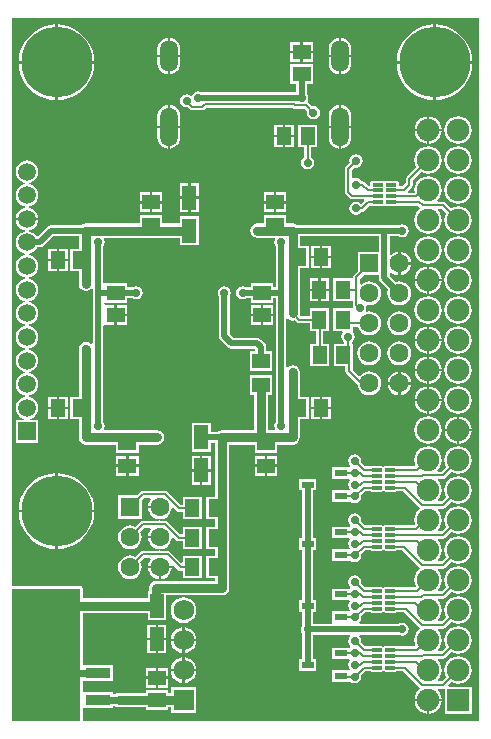
<source format=gbl>
G04*
G04 #@! TF.GenerationSoftware,Altium Limited,Altium Designer,19.1.9 (167)*
G04*
G04 Layer_Physical_Order=2*
G04 Layer_Color=16711680*
%FSLAX44Y44*%
%MOMM*%
G71*
G01*
G75*
%ADD13C,0.6000*%
%ADD14C,0.2000*%
%ADD34R,1.0000X0.6000*%
%ADD36C,0.8000*%
%ADD37C,0.5000*%
%ADD40R,1.9000X1.9000*%
%ADD41C,1.9000*%
%ADD42O,1.5000X3.3000*%
%ADD43O,1.5000X2.7000*%
%ADD44C,1.6000*%
%ADD45R,1.6000X1.6000*%
%ADD46C,1.5000*%
%ADD47R,1.5000X1.5000*%
%ADD48C,1.7500*%
%ADD49R,1.7500X1.7500*%
%ADD51C,6.0000*%
%ADD52C,0.7000*%
%ADD53R,1.5000X1.2500*%
%ADD54R,1.2500X1.5000*%
%ADD55R,1.5000X1.3000*%
%ADD56R,1.2000X2.0000*%
%ADD57R,2.1500X0.9500*%
%ADD58R,2.1500X3.2500*%
G04:AMPARAMS|DCode=59|XSize=0.87mm|YSize=0.27mm|CornerRadius=0.0338mm|HoleSize=0mm|Usage=FLASHONLY|Rotation=180.000|XOffset=0mm|YOffset=0mm|HoleType=Round|Shape=RoundedRectangle|*
%AMROUNDEDRECTD59*
21,1,0.8700,0.2025,0,0,180.0*
21,1,0.8025,0.2700,0,0,180.0*
1,1,0.0675,-0.4013,0.1013*
1,1,0.0675,0.4013,0.1013*
1,1,0.0675,0.4013,-0.1013*
1,1,0.0675,-0.4013,-0.1013*
%
%ADD59ROUNDEDRECTD59*%
%ADD60R,1.3000X1.5000*%
%ADD61R,5.8000X11.3000*%
%ADD62C,2.8000*%
G36*
X397961Y2039D02*
X62039D01*
Y12067D01*
X62250Y13250D01*
X63309Y13250D01*
X87750D01*
Y14902D01*
X89330D01*
X90159Y14348D01*
X92500Y13882D01*
X115500D01*
Y11500D01*
X134500D01*
Y13882D01*
X136750D01*
Y9250D01*
X158250D01*
Y30750D01*
X136750D01*
Y26118D01*
X134500D01*
Y28500D01*
X115500D01*
Y26118D01*
X92500D01*
X90159Y25652D01*
X89330Y25098D01*
X87750D01*
Y26750D01*
X63309D01*
X62250Y26750D01*
X62039Y27933D01*
Y35067D01*
X62250Y36250D01*
X87750D01*
Y49750D01*
X62250D01*
X62039Y50933D01*
Y93883D01*
X117000D01*
Y88000D01*
X133000D01*
Y108883D01*
X180000D01*
X182341Y109348D01*
X184326Y110674D01*
X185652Y112659D01*
X186117Y115000D01*
Y236383D01*
X208000D01*
Y229000D01*
X227000D01*
Y236383D01*
X240000D01*
X240000Y236382D01*
X242341Y236848D01*
X244326Y238174D01*
X245652Y240159D01*
X246117Y242500D01*
Y258000D01*
X253500D01*
Y277000D01*
X246117D01*
Y297500D01*
X245652Y299841D01*
X244326Y301826D01*
X242341Y303152D01*
X240000Y303617D01*
X237659Y303152D01*
X235858Y301949D01*
X234588Y302312D01*
Y342688D01*
X235858Y343051D01*
X237659Y341848D01*
X240000Y341382D01*
X241495Y341680D01*
X243185Y339989D01*
X243186Y339989D01*
X244178Y339326D01*
X245348Y339093D01*
X254249D01*
Y332652D01*
X259692D01*
Y321500D01*
X254500D01*
Y302500D01*
X271000D01*
Y321500D01*
X265809D01*
Y332652D01*
X270749D01*
Y351652D01*
X254249D01*
Y345210D01*
X246700D01*
X245852Y346164D01*
X246117Y347500D01*
Y377500D01*
Y385500D01*
X253500D01*
Y404500D01*
X246117D01*
Y412912D01*
X312912D01*
Y399800D01*
X294850D01*
Y383376D01*
X291687Y380213D01*
X291024Y379221D01*
X290828Y378237D01*
X290791Y378050D01*
X290082Y377000D01*
X274250D01*
Y358000D01*
X290750D01*
X290791Y356747D01*
Y354400D01*
X290791Y354400D01*
X291024Y353229D01*
X291149Y353042D01*
X291097Y352777D01*
X290776Y351741D01*
X289676Y351652D01*
X274248D01*
Y332652D01*
X282074D01*
X282562Y331382D01*
X281569Y329896D01*
X281142Y327750D01*
X281569Y325604D01*
X282785Y323785D01*
X283691Y323179D01*
Y321500D01*
X274500D01*
Y302500D01*
X284441D01*
Y298250D01*
X284441Y298250D01*
X284674Y297080D01*
X285337Y296087D01*
X294997Y286427D01*
X295107Y285590D01*
X296115Y283157D01*
X297718Y281068D01*
X299807Y279465D01*
X302239Y278457D01*
X304850Y278114D01*
X307460Y278457D01*
X309893Y279465D01*
X311982Y281068D01*
X313585Y283157D01*
X314593Y285590D01*
X314936Y288200D01*
X314593Y290811D01*
X313585Y293243D01*
X311982Y295332D01*
X309893Y296935D01*
X307460Y297943D01*
X304850Y298286D01*
X302239Y297943D01*
X299807Y296935D01*
X297718Y295332D01*
X297013Y294413D01*
X295746Y294330D01*
X290559Y299517D01*
Y302500D01*
X291000D01*
Y321500D01*
X289809D01*
Y323179D01*
X290715Y323785D01*
X291931Y325604D01*
X292358Y327750D01*
X291931Y329896D01*
X290897Y331443D01*
X290748Y332652D01*
X290748Y332652D01*
X290748Y332652D01*
Y335941D01*
X295293D01*
X296115Y333957D01*
X297718Y331868D01*
X299807Y330265D01*
X302239Y329257D01*
X304850Y328914D01*
X307460Y329257D01*
X309893Y330265D01*
X311982Y331868D01*
X313585Y333957D01*
X314593Y336390D01*
X314936Y339000D01*
X314593Y341610D01*
X313585Y344043D01*
X311982Y346132D01*
X309893Y347735D01*
X307460Y348743D01*
X304850Y349086D01*
X302671Y348799D01*
X302255Y349137D01*
X301869Y349613D01*
X301742Y349911D01*
X302108Y351750D01*
X301763Y353484D01*
X301863Y353731D01*
X302426Y354386D01*
X302739Y354592D01*
X304850Y354314D01*
X307460Y354657D01*
X309893Y355665D01*
X311982Y357268D01*
X313585Y359357D01*
X314593Y361790D01*
X314936Y364400D01*
X314593Y367010D01*
X313585Y369443D01*
X311982Y371532D01*
X309893Y373135D01*
X307460Y374143D01*
X304850Y374486D01*
X302239Y374143D01*
X299807Y373135D01*
X298179Y371886D01*
X296909Y372477D01*
Y376783D01*
X299926Y379800D01*
X312912D01*
Y377150D01*
X313261Y375394D01*
X314256Y373906D01*
X320696Y367466D01*
X320507Y367010D01*
X320164Y364400D01*
X320507Y361790D01*
X321515Y359357D01*
X323118Y357268D01*
X325207Y355665D01*
X327640Y354657D01*
X330250Y354314D01*
X332860Y354657D01*
X335293Y355665D01*
X337382Y357268D01*
X338985Y359357D01*
X339993Y361790D01*
X340336Y364400D01*
X339993Y367010D01*
X338985Y369443D01*
X337382Y371532D01*
X335293Y373135D01*
X332860Y374143D01*
X330250Y374486D01*
X327640Y374143D01*
X327184Y373954D01*
X322088Y379050D01*
Y382043D01*
X323358Y382443D01*
X325191Y381037D01*
X327631Y380026D01*
X329234Y379815D01*
Y389800D01*
Y399785D01*
X327631Y399574D01*
X325191Y398563D01*
X323358Y397157D01*
X322088Y397557D01*
Y412912D01*
X329467D01*
X330354Y412319D01*
X332500Y411892D01*
X334646Y412319D01*
X336465Y413535D01*
X337681Y415354D01*
X338108Y417500D01*
X337681Y419646D01*
X336465Y421465D01*
X334646Y422681D01*
X332500Y423108D01*
X330354Y422681D01*
X329467Y422088D01*
X243933D01*
X242341Y423152D01*
X240000Y423618D01*
X234500D01*
Y431000D01*
X215500D01*
Y423618D01*
X210000D01*
X207659Y423152D01*
X205674Y421826D01*
X204348Y419841D01*
X203883Y417500D01*
X204348Y415159D01*
X205674Y413174D01*
X207659Y411848D01*
X210000Y411382D01*
X224632D01*
X225231Y410262D01*
X224819Y409646D01*
X224392Y407500D01*
X224819Y405354D01*
X225412Y404467D01*
Y369588D01*
X223250D01*
Y373500D01*
X204250D01*
Y369588D01*
X200533D01*
X199646Y370181D01*
X197500Y370608D01*
X195354Y370181D01*
X193535Y368965D01*
X192319Y367146D01*
X191892Y365000D01*
X192319Y362854D01*
X193535Y361035D01*
X195354Y359819D01*
X197500Y359392D01*
X199646Y359819D01*
X200533Y360412D01*
X204250D01*
Y356500D01*
X223250D01*
Y360412D01*
X225412D01*
Y255533D01*
X224819Y254646D01*
X224392Y252500D01*
X224819Y250354D01*
X225231Y249738D01*
X224632Y248617D01*
X219019D01*
Y278752D01*
X222402D01*
Y295252D01*
X203402D01*
Y278752D01*
X206784D01*
Y248617D01*
X180000D01*
X177659Y248152D01*
X176067Y247088D01*
X170500D01*
Y254500D01*
X154500D01*
Y230500D01*
X170500D01*
Y237912D01*
X173883D01*
Y192000D01*
X166750D01*
Y173000D01*
X173883D01*
Y167000D01*
X166750D01*
Y148000D01*
X173883D01*
Y142000D01*
X166750D01*
Y123000D01*
X173883D01*
Y121117D01*
X124500D01*
X122159Y120652D01*
X120174Y119326D01*
X118848Y117341D01*
X118383Y115000D01*
Y112000D01*
X117000D01*
Y106117D01*
X62039D01*
Y115000D01*
X61884Y115780D01*
X61442Y116442D01*
X60780Y116884D01*
X60000Y117039D01*
X2039D01*
Y597961D01*
X397961D01*
Y2039D01*
D02*
G37*
%LPC*%
G36*
X257032Y577532D02*
X248516D01*
Y570016D01*
X257032D01*
Y577532D01*
D02*
G37*
G36*
X246484D02*
X237968D01*
Y570016D01*
X246484D01*
Y577532D01*
D02*
G37*
G36*
X281016Y580980D02*
Y566516D01*
X289614D01*
Y571500D01*
X289287Y573988D01*
X288326Y576307D01*
X286798Y578298D01*
X284807Y579826D01*
X282488Y580787D01*
X281016Y580980D01*
D02*
G37*
G36*
X136016D02*
Y566516D01*
X144614D01*
Y571500D01*
X144287Y573988D01*
X143326Y576307D01*
X141798Y578298D01*
X139807Y579826D01*
X137488Y580787D01*
X136016Y580980D01*
D02*
G37*
G36*
X278984D02*
X277512Y580787D01*
X275193Y579826D01*
X273202Y578298D01*
X271674Y576307D01*
X270713Y573988D01*
X270386Y571500D01*
Y566516D01*
X278984D01*
Y580980D01*
D02*
G37*
G36*
X133984D02*
X132512Y580787D01*
X130193Y579826D01*
X128202Y578298D01*
X126674Y576307D01*
X125713Y573988D01*
X125386Y571500D01*
Y566516D01*
X133984D01*
Y580980D01*
D02*
G37*
G36*
X361016Y592051D02*
Y561016D01*
X392051D01*
X391735Y565026D01*
X390558Y569929D01*
X388629Y574587D01*
X385995Y578886D01*
X382720Y582720D01*
X378886Y585995D01*
X374587Y588629D01*
X369929Y590558D01*
X365026Y591735D01*
X361016Y592051D01*
D02*
G37*
G36*
X358984D02*
X354974Y591735D01*
X350071Y590558D01*
X345413Y588629D01*
X341114Y585995D01*
X337280Y582720D01*
X334005Y578886D01*
X331371Y574587D01*
X329442Y569929D01*
X328265Y565026D01*
X327949Y561016D01*
X358984D01*
Y592051D01*
D02*
G37*
G36*
X41016D02*
Y561016D01*
X72051D01*
X71736Y565026D01*
X70558Y569929D01*
X68629Y574587D01*
X65995Y578886D01*
X62720Y582720D01*
X58886Y585995D01*
X54587Y588629D01*
X49929Y590558D01*
X45026Y591735D01*
X41016Y592051D01*
D02*
G37*
G36*
X38984D02*
X34974Y591735D01*
X30071Y590558D01*
X25413Y588629D01*
X21114Y585995D01*
X17280Y582720D01*
X14005Y578886D01*
X11371Y574587D01*
X9442Y569929D01*
X8264Y565026D01*
X7949Y561016D01*
X38984D01*
Y592051D01*
D02*
G37*
G36*
X257032Y567984D02*
X248516D01*
Y560468D01*
X257032D01*
Y567984D01*
D02*
G37*
G36*
X246484D02*
X237968D01*
Y560468D01*
X246484D01*
Y567984D01*
D02*
G37*
G36*
X289614Y564484D02*
X281016D01*
Y550019D01*
X282488Y550213D01*
X284807Y551174D01*
X286798Y552702D01*
X288326Y554693D01*
X289287Y557012D01*
X289614Y559500D01*
Y564484D01*
D02*
G37*
G36*
X144614D02*
X136016D01*
Y550019D01*
X137488Y550213D01*
X139807Y551174D01*
X141798Y552702D01*
X143326Y554693D01*
X144287Y557012D01*
X144614Y559500D01*
Y564484D01*
D02*
G37*
G36*
X278984D02*
X270386D01*
Y559500D01*
X270713Y557012D01*
X271674Y554693D01*
X273202Y552702D01*
X275193Y551174D01*
X277512Y550213D01*
X278984Y550019D01*
Y564484D01*
D02*
G37*
G36*
X133984D02*
X125386D01*
Y559500D01*
X125713Y557012D01*
X126674Y554693D01*
X128202Y552702D01*
X130193Y551174D01*
X132512Y550213D01*
X133984Y550019D01*
Y564484D01*
D02*
G37*
G36*
X257000Y558500D02*
X238000D01*
Y541500D01*
X242912D01*
Y534588D01*
X163033D01*
X162146Y535181D01*
X160000Y535608D01*
X157854Y535181D01*
X156035Y533965D01*
X154893Y532257D01*
X154740Y532126D01*
X153456Y531805D01*
X152146Y532681D01*
X150000Y533108D01*
X147854Y532681D01*
X146035Y531465D01*
X144819Y529646D01*
X144392Y527500D01*
X144819Y525354D01*
X146035Y523535D01*
X147854Y522319D01*
X150000Y521892D01*
X151069Y522105D01*
X152837Y520337D01*
X152837Y520337D01*
X153829Y519674D01*
X155000Y519441D01*
X163307D01*
X163308Y519441D01*
X164478Y519674D01*
X165471Y520337D01*
X166575Y521441D01*
X239557D01*
X239661Y521337D01*
X240653Y520674D01*
X241824Y520441D01*
X241824Y520441D01*
X250233D01*
X252105Y518569D01*
X251892Y517500D01*
X252319Y515354D01*
X253535Y513535D01*
X255354Y512319D01*
X257500Y511892D01*
X259646Y512319D01*
X261465Y513535D01*
X262681Y515354D01*
X263108Y517500D01*
X262681Y519646D01*
X261465Y521465D01*
X259646Y522681D01*
X257500Y523108D01*
X256431Y522895D01*
X253663Y525663D01*
X253028Y526087D01*
X252484Y527559D01*
X252681Y527854D01*
X253108Y530000D01*
X252681Y532146D01*
X252088Y533033D01*
Y541500D01*
X257000D01*
Y558500D01*
D02*
G37*
G36*
X392051Y558984D02*
X361016D01*
Y527949D01*
X365026Y528265D01*
X369929Y529442D01*
X374587Y531371D01*
X378886Y534005D01*
X382720Y537280D01*
X385995Y541114D01*
X388629Y545413D01*
X390558Y550071D01*
X391735Y554974D01*
X392051Y558984D01*
D02*
G37*
G36*
X358984D02*
X327949D01*
X328265Y554974D01*
X329442Y550071D01*
X331371Y545413D01*
X334005Y541114D01*
X337280Y537280D01*
X341114Y534005D01*
X345413Y531371D01*
X350071Y529442D01*
X354974Y528265D01*
X358984Y527949D01*
Y558984D01*
D02*
G37*
G36*
X72051D02*
X41016D01*
Y527949D01*
X45026Y528265D01*
X49929Y529442D01*
X54587Y531371D01*
X58886Y534005D01*
X62720Y537280D01*
X65995Y541114D01*
X68629Y545413D01*
X70558Y550071D01*
X71736Y554974D01*
X72051Y558984D01*
D02*
G37*
G36*
X38984D02*
X7949D01*
X8264Y554974D01*
X9442Y550071D01*
X11371Y545413D01*
X14005Y541114D01*
X17280Y537280D01*
X21114Y534005D01*
X25413Y531371D01*
X30071Y529442D01*
X34974Y528265D01*
X38984Y527949D01*
Y558984D01*
D02*
G37*
G36*
X281016Y523980D02*
Y506516D01*
X289614D01*
Y514500D01*
X289287Y516988D01*
X288326Y519307D01*
X286798Y521298D01*
X284807Y522826D01*
X282488Y523787D01*
X281016Y523980D01*
D02*
G37*
G36*
X136016D02*
Y506516D01*
X144614D01*
Y514500D01*
X144287Y516988D01*
X143326Y519307D01*
X141798Y521298D01*
X139807Y522826D01*
X137488Y523787D01*
X136016Y523980D01*
D02*
G37*
G36*
X278984D02*
X277512Y523787D01*
X275193Y522826D01*
X273202Y521298D01*
X271674Y519307D01*
X270713Y516988D01*
X270386Y514500D01*
Y506516D01*
X278984D01*
Y523980D01*
D02*
G37*
G36*
X133984D02*
X132512Y523787D01*
X130193Y522826D01*
X128202Y521298D01*
X126674Y519307D01*
X125713Y516988D01*
X125386Y514500D01*
Y506516D01*
X133984D01*
Y523980D01*
D02*
G37*
G36*
X355616Y514098D02*
Y503616D01*
X366098D01*
X365835Y505611D01*
X364673Y508416D01*
X362825Y510825D01*
X360416Y512673D01*
X357611Y513835D01*
X355616Y514098D01*
D02*
G37*
G36*
X353584D02*
X351590Y513835D01*
X348784Y512673D01*
X346375Y510825D01*
X344527Y508416D01*
X343365Y505611D01*
X343102Y503616D01*
X353584D01*
Y514098D01*
D02*
G37*
G36*
X240784Y507130D02*
X233518D01*
Y498614D01*
X240784D01*
Y507130D01*
D02*
G37*
G36*
X231486D02*
X224220D01*
Y498614D01*
X231486D01*
Y507130D01*
D02*
G37*
G36*
X353584Y501584D02*
X343102D01*
X343365Y499590D01*
X344527Y496784D01*
X346375Y494375D01*
X348784Y492527D01*
X351590Y491365D01*
X353584Y491102D01*
Y501584D01*
D02*
G37*
G36*
X366098D02*
X355616D01*
Y491102D01*
X357611Y491365D01*
X360416Y492527D01*
X362825Y494375D01*
X364673Y496784D01*
X365835Y499590D01*
X366098Y501584D01*
D02*
G37*
G36*
X380000Y514199D02*
X376998Y513804D01*
X374200Y512645D01*
X371798Y510802D01*
X369955Y508400D01*
X368796Y505602D01*
X368401Y502600D01*
X368796Y499598D01*
X369955Y496800D01*
X371798Y494398D01*
X374200Y492555D01*
X376998Y491396D01*
X380000Y491001D01*
X383002Y491396D01*
X385800Y492555D01*
X388202Y494398D01*
X390045Y496800D01*
X391204Y499598D01*
X391599Y502600D01*
X391204Y505602D01*
X390045Y508400D01*
X388202Y510802D01*
X385800Y512645D01*
X383002Y513804D01*
X380000Y514199D01*
D02*
G37*
G36*
X240784Y496582D02*
X233518D01*
Y488066D01*
X240784D01*
Y496582D01*
D02*
G37*
G36*
X231486D02*
X224220D01*
Y488066D01*
X231486D01*
Y496582D01*
D02*
G37*
G36*
X289614Y504484D02*
X281016D01*
Y487020D01*
X282488Y487213D01*
X284807Y488174D01*
X286798Y489702D01*
X288326Y491693D01*
X289287Y494012D01*
X289614Y496500D01*
Y504484D01*
D02*
G37*
G36*
X144614D02*
X136016D01*
Y487020D01*
X137488Y487213D01*
X139807Y488174D01*
X141798Y489702D01*
X143326Y491693D01*
X144287Y494012D01*
X144614Y496500D01*
Y504484D01*
D02*
G37*
G36*
X278984D02*
X270386D01*
Y496500D01*
X270713Y494012D01*
X271674Y491693D01*
X273202Y489702D01*
X275193Y488174D01*
X277512Y487213D01*
X278984Y487020D01*
Y504484D01*
D02*
G37*
G36*
X133984D02*
X125386D01*
Y496500D01*
X125713Y494012D01*
X126674Y491693D01*
X128202Y489702D01*
X130193Y488174D01*
X132512Y487213D01*
X133984Y487020D01*
Y504484D01*
D02*
G37*
G36*
X354600Y488799D02*
X351598Y488404D01*
X348800Y487245D01*
X346398Y485402D01*
X344555Y483000D01*
X343396Y480202D01*
X343001Y477200D01*
X343396Y474198D01*
X344531Y471457D01*
X336337Y463263D01*
X335674Y462271D01*
X335441Y461100D01*
X335441Y461100D01*
Y457767D01*
X332583Y454909D01*
X330371D01*
X329896Y455488D01*
Y457513D01*
X329714Y458424D01*
X329198Y459198D01*
X328424Y459714D01*
X327513Y459896D01*
X319487D01*
X318575Y459714D01*
X317802Y459198D01*
X317598D01*
X316825Y459714D01*
X315912Y459896D01*
X307887D01*
X306975Y459714D01*
X306202Y459198D01*
X305686Y458424D01*
X305504Y457513D01*
Y455618D01*
X305201Y455371D01*
X304301Y455024D01*
X300663Y458663D01*
X299671Y459326D01*
X298500Y459559D01*
X298500Y459559D01*
X298071D01*
X297465Y460465D01*
X295646Y461681D01*
X293500Y462108D01*
X291354Y461681D01*
X291179Y461564D01*
X290059Y462163D01*
Y468733D01*
X292431Y471105D01*
X293500Y470892D01*
X295646Y471319D01*
X297465Y472535D01*
X298681Y474354D01*
X299108Y476500D01*
X298681Y478646D01*
X297465Y480465D01*
X295646Y481681D01*
X293500Y482108D01*
X291354Y481681D01*
X289535Y480465D01*
X288319Y478646D01*
X287892Y476500D01*
X288105Y475431D01*
X284837Y472163D01*
X284174Y471171D01*
X283941Y470000D01*
X283941Y470000D01*
Y450500D01*
X283941Y450500D01*
X284174Y449329D01*
X284837Y448337D01*
X288187Y444987D01*
X288187Y444987D01*
X289179Y444324D01*
X290350Y444091D01*
X290350Y444091D01*
X299969D01*
X300495Y442821D01*
X298079Y440405D01*
X297465Y440465D01*
X295646Y441681D01*
X293500Y442108D01*
X291354Y441681D01*
X289535Y440465D01*
X288319Y438646D01*
X287892Y436500D01*
X288319Y434354D01*
X289535Y432535D01*
X291354Y431319D01*
X293500Y430892D01*
X295646Y431319D01*
X297465Y432535D01*
X298071Y433441D01*
X298500D01*
X298500Y433441D01*
X299671Y433674D01*
X300663Y434337D01*
X304767Y438441D01*
X306743D01*
X306975Y438286D01*
X307887Y438104D01*
X315912D01*
X316825Y438286D01*
X317598Y438802D01*
X317802D01*
X318575Y438286D01*
X319487Y438104D01*
X327513D01*
X328424Y438286D01*
X328657Y438441D01*
X345955D01*
X347414Y436982D01*
X347573Y435503D01*
X346398Y434602D01*
X344555Y432200D01*
X343396Y429402D01*
X343001Y426400D01*
X343396Y423398D01*
X344555Y420600D01*
X346398Y418198D01*
X348800Y416355D01*
X351598Y415196D01*
X354600Y414801D01*
X357602Y415196D01*
X360400Y416355D01*
X362802Y418198D01*
X364645Y420600D01*
X365804Y423398D01*
X366199Y426400D01*
X365804Y429402D01*
X364645Y432200D01*
X362825Y434571D01*
X362891Y435042D01*
X363162Y435841D01*
X366233D01*
X369931Y432143D01*
X368796Y429402D01*
X368401Y426400D01*
X368796Y423398D01*
X369955Y420600D01*
X371798Y418198D01*
X374200Y416355D01*
X376998Y415196D01*
X380000Y414801D01*
X383002Y415196D01*
X385800Y416355D01*
X388202Y418198D01*
X390045Y420600D01*
X391204Y423398D01*
X391599Y426400D01*
X391204Y429402D01*
X390045Y432200D01*
X388202Y434602D01*
X385800Y436445D01*
X383002Y437604D01*
X380000Y437999D01*
X376998Y437604D01*
X374257Y436469D01*
X369663Y441063D01*
X368671Y441726D01*
X367500Y441959D01*
X367500Y441959D01*
X362641D01*
X362233Y443161D01*
X362802Y443598D01*
X364645Y446000D01*
X365804Y448798D01*
X366199Y451800D01*
X365804Y454802D01*
X364645Y457600D01*
X362802Y460002D01*
X360400Y461845D01*
X357602Y463004D01*
X354600Y463399D01*
X351598Y463004D01*
X348800Y461845D01*
X346398Y460002D01*
X344555Y457600D01*
X343396Y454802D01*
X343001Y451800D01*
X343170Y450514D01*
X342333Y449559D01*
X337681D01*
X337155Y450829D01*
X340663Y454337D01*
X341326Y455329D01*
X341559Y456500D01*
Y459833D01*
X348857Y467131D01*
X351598Y465996D01*
X354600Y465601D01*
X357602Y465996D01*
X360400Y467155D01*
X362802Y468998D01*
X364645Y471400D01*
X365804Y474198D01*
X366199Y477200D01*
X365804Y480202D01*
X364645Y483000D01*
X362802Y485402D01*
X360400Y487245D01*
X357602Y488404D01*
X354600Y488799D01*
D02*
G37*
G36*
X260751Y507098D02*
X244251D01*
Y488098D01*
X249441D01*
Y479571D01*
X248535Y478965D01*
X247319Y477146D01*
X246892Y475000D01*
X247319Y472854D01*
X248535Y471035D01*
X250354Y469819D01*
X252500Y469392D01*
X254646Y469819D01*
X256465Y471035D01*
X257681Y472854D01*
X258108Y475000D01*
X257681Y477146D01*
X256465Y478965D01*
X255559Y479571D01*
Y488098D01*
X260751D01*
Y507098D01*
D02*
G37*
G36*
X380000Y488799D02*
X376998Y488404D01*
X374200Y487245D01*
X371798Y485402D01*
X369955Y483000D01*
X368796Y480202D01*
X368401Y477200D01*
X368796Y474198D01*
X369955Y471400D01*
X371798Y468998D01*
X374200Y467155D01*
X376998Y465996D01*
X380000Y465601D01*
X383002Y465996D01*
X385800Y467155D01*
X388202Y468998D01*
X390045Y471400D01*
X391204Y474198D01*
X391599Y477200D01*
X391204Y480202D01*
X390045Y483000D01*
X388202Y485402D01*
X385800Y487245D01*
X383002Y488404D01*
X380000Y488799D01*
D02*
G37*
G36*
X160532Y457532D02*
X153516D01*
Y446516D01*
X160532D01*
Y457532D01*
D02*
G37*
G36*
X151484D02*
X144468D01*
Y446516D01*
X151484D01*
Y457532D01*
D02*
G37*
G36*
X234532Y450032D02*
X226016D01*
Y442516D01*
X234532D01*
Y450032D01*
D02*
G37*
G36*
X223984D02*
X215468D01*
Y442516D01*
X223984D01*
Y450032D01*
D02*
G37*
G36*
X129532D02*
X121016D01*
Y442516D01*
X129532D01*
Y450032D01*
D02*
G37*
G36*
X118984D02*
X110468D01*
Y442516D01*
X118984D01*
Y450032D01*
D02*
G37*
G36*
X380000Y463399D02*
X376998Y463004D01*
X374200Y461845D01*
X371798Y460002D01*
X369955Y457600D01*
X368796Y454802D01*
X368401Y451800D01*
X368796Y448798D01*
X369955Y446000D01*
X371798Y443598D01*
X374200Y441755D01*
X376998Y440596D01*
X380000Y440201D01*
X383002Y440596D01*
X385800Y441755D01*
X388202Y443598D01*
X390045Y446000D01*
X391204Y448798D01*
X391599Y451800D01*
X391204Y454802D01*
X390045Y457600D01*
X388202Y460002D01*
X385800Y461845D01*
X383002Y463004D01*
X380000Y463399D01*
D02*
G37*
G36*
X160532Y444484D02*
X153516D01*
Y433468D01*
X160532D01*
Y444484D01*
D02*
G37*
G36*
X151484D02*
X144468D01*
Y433468D01*
X151484D01*
Y444484D01*
D02*
G37*
G36*
X234532Y440484D02*
X226016D01*
Y432968D01*
X234532D01*
Y440484D01*
D02*
G37*
G36*
X223984D02*
X215468D01*
Y432968D01*
X223984D01*
Y440484D01*
D02*
G37*
G36*
X129532Y440484D02*
X121016D01*
Y432968D01*
X129532D01*
Y440484D01*
D02*
G37*
G36*
X118984D02*
X110468D01*
Y432968D01*
X118984D01*
Y440484D01*
D02*
G37*
G36*
X15000Y477082D02*
X12520Y476755D01*
X10209Y475798D01*
X8224Y474275D01*
X6702Y472291D01*
X5745Y469980D01*
X5418Y467500D01*
X5745Y465020D01*
X6702Y462709D01*
X8224Y460724D01*
X10209Y459202D01*
X12520Y458245D01*
X13310Y458140D01*
Y456860D01*
X12520Y456755D01*
X10209Y455798D01*
X8224Y454275D01*
X6702Y452291D01*
X5745Y449980D01*
X5418Y447500D01*
X5745Y445020D01*
X6702Y442709D01*
X8224Y440724D01*
X10209Y439202D01*
X12520Y438245D01*
X13188Y438157D01*
Y436876D01*
X12512Y436787D01*
X10193Y435826D01*
X8202Y434298D01*
X6674Y432307D01*
X5713Y429988D01*
X5519Y428516D01*
X15000D01*
X24481D01*
X24287Y429988D01*
X23326Y432307D01*
X21798Y434298D01*
X19807Y435826D01*
X17488Y436787D01*
X16812Y436876D01*
Y438157D01*
X17480Y438245D01*
X19791Y439202D01*
X21775Y440724D01*
X23298Y442709D01*
X24255Y445020D01*
X24582Y447500D01*
X24255Y449980D01*
X23298Y452291D01*
X21775Y454275D01*
X19791Y455798D01*
X17480Y456755D01*
X16690Y456860D01*
Y458140D01*
X17480Y458245D01*
X19791Y459202D01*
X21775Y460724D01*
X23298Y462709D01*
X24255Y465020D01*
X24582Y467500D01*
X24255Y469980D01*
X23298Y472291D01*
X21775Y474275D01*
X19791Y475798D01*
X17480Y476755D01*
X15000Y477082D01*
D02*
G37*
G36*
X129500Y431000D02*
X110500D01*
Y423618D01*
X65000D01*
X62659Y423152D01*
X61067Y422088D01*
X35000D01*
X33244Y421739D01*
X31756Y420744D01*
X24098Y413087D01*
X22630Y413162D01*
X21775Y414276D01*
X19791Y415798D01*
X17480Y416755D01*
X16812Y416843D01*
Y418124D01*
X17488Y418213D01*
X19807Y419174D01*
X21798Y420702D01*
X23326Y422693D01*
X24287Y425012D01*
X24480Y426484D01*
X15000D01*
X5519D01*
X5713Y425012D01*
X6674Y422693D01*
X8202Y420702D01*
X10193Y419174D01*
X12512Y418213D01*
X13188Y418124D01*
Y416843D01*
X12520Y416755D01*
X10209Y415798D01*
X8224Y414276D01*
X6702Y412291D01*
X5745Y409980D01*
X5418Y407500D01*
X5745Y405020D01*
X6702Y402709D01*
X8224Y400725D01*
X10209Y399202D01*
X12520Y398245D01*
X13311Y398140D01*
Y396860D01*
X12520Y396755D01*
X10209Y395798D01*
X8224Y394276D01*
X6702Y392291D01*
X5745Y389980D01*
X5418Y387500D01*
X5745Y385020D01*
X6702Y382709D01*
X8224Y380725D01*
X10209Y379202D01*
X12520Y378245D01*
X13311Y378140D01*
Y376860D01*
X12520Y376755D01*
X10209Y375798D01*
X8224Y374276D01*
X6702Y372291D01*
X5745Y369980D01*
X5418Y367500D01*
X5745Y365020D01*
X6702Y362709D01*
X8224Y360725D01*
X10209Y359202D01*
X12520Y358245D01*
X13311Y358140D01*
Y356860D01*
X12520Y356755D01*
X10209Y355798D01*
X8224Y354276D01*
X6702Y352291D01*
X5745Y349980D01*
X5418Y347500D01*
X5745Y345020D01*
X6702Y342709D01*
X8224Y340725D01*
X10209Y339202D01*
X12520Y338245D01*
X13311Y338140D01*
Y336860D01*
X12520Y336755D01*
X10209Y335798D01*
X8224Y334276D01*
X6702Y332291D01*
X5745Y329980D01*
X5418Y327500D01*
X5745Y325020D01*
X6702Y322709D01*
X8224Y320725D01*
X10209Y319202D01*
X12520Y318245D01*
X13311Y318141D01*
Y316859D01*
X12520Y316755D01*
X10209Y315798D01*
X8224Y314275D01*
X6702Y312291D01*
X5745Y309980D01*
X5418Y307500D01*
X5745Y305020D01*
X6702Y302709D01*
X8224Y300725D01*
X10209Y299202D01*
X12520Y298244D01*
X13311Y298141D01*
Y296859D01*
X12520Y296755D01*
X10209Y295798D01*
X8224Y294275D01*
X6702Y292291D01*
X5745Y289980D01*
X5418Y287500D01*
X5745Y285020D01*
X6702Y282709D01*
X8224Y280725D01*
X10209Y279202D01*
X12520Y278244D01*
X13311Y278141D01*
Y276859D01*
X12520Y276755D01*
X10209Y275798D01*
X8224Y274275D01*
X6702Y272291D01*
X5745Y269980D01*
X5418Y267500D01*
X5745Y265020D01*
X6702Y262709D01*
X8224Y260725D01*
X10209Y259202D01*
X12520Y258244D01*
X12329Y257000D01*
X5500D01*
Y238000D01*
X24500D01*
Y257000D01*
X17671D01*
X17480Y258244D01*
X19791Y259202D01*
X21775Y260725D01*
X23298Y262709D01*
X24255Y265020D01*
X24582Y267500D01*
X24255Y269980D01*
X23298Y272291D01*
X21775Y274275D01*
X19791Y275798D01*
X17480Y276755D01*
X16689Y276859D01*
Y278141D01*
X17480Y278244D01*
X19791Y279202D01*
X21775Y280725D01*
X23298Y282709D01*
X24255Y285020D01*
X24582Y287500D01*
X24255Y289980D01*
X23298Y292291D01*
X21775Y294275D01*
X19791Y295798D01*
X17480Y296755D01*
X16689Y296859D01*
Y298141D01*
X17480Y298244D01*
X19791Y299202D01*
X21775Y300725D01*
X23298Y302709D01*
X24255Y305020D01*
X24582Y307500D01*
X24255Y309980D01*
X23298Y312291D01*
X21775Y314275D01*
X19791Y315798D01*
X17480Y316755D01*
X16689Y316859D01*
Y318141D01*
X17480Y318245D01*
X19791Y319202D01*
X21775Y320725D01*
X23298Y322709D01*
X24255Y325020D01*
X24582Y327500D01*
X24255Y329980D01*
X23298Y332291D01*
X21775Y334276D01*
X19791Y335798D01*
X17480Y336755D01*
X16689Y336860D01*
Y338140D01*
X17480Y338245D01*
X19791Y339202D01*
X21775Y340725D01*
X23298Y342709D01*
X24255Y345020D01*
X24582Y347500D01*
X24255Y349980D01*
X23298Y352291D01*
X21775Y354276D01*
X19791Y355798D01*
X17480Y356755D01*
X16689Y356860D01*
Y358140D01*
X17480Y358245D01*
X19791Y359202D01*
X21775Y360725D01*
X23298Y362709D01*
X24255Y365020D01*
X24582Y367500D01*
X24255Y369980D01*
X23298Y372291D01*
X21775Y374276D01*
X19791Y375798D01*
X17480Y376755D01*
X16689Y376860D01*
Y378140D01*
X17480Y378245D01*
X19791Y379202D01*
X21775Y380725D01*
X23298Y382709D01*
X24255Y385020D01*
X24582Y387500D01*
X24255Y389980D01*
X23298Y392291D01*
X21775Y394276D01*
X19791Y395798D01*
X17480Y396755D01*
X16689Y396860D01*
Y398140D01*
X17480Y398245D01*
X19791Y399202D01*
X21775Y400725D01*
X23298Y402709D01*
X23633Y403518D01*
X25607D01*
X27362Y403868D01*
X28851Y404862D01*
X36900Y412912D01*
X58882D01*
Y402000D01*
X51500D01*
Y383000D01*
X58882D01*
Y372500D01*
X59348Y370159D01*
X60674Y368174D01*
X62659Y366848D01*
X65000Y366382D01*
X67341Y366848D01*
X69142Y368051D01*
X70412Y367688D01*
Y365000D01*
Y322312D01*
X69142Y321949D01*
X67341Y323152D01*
X65000Y323618D01*
X62659Y323152D01*
X60674Y321826D01*
X59348Y319841D01*
X58882Y317500D01*
Y280000D01*
Y277000D01*
X51500D01*
Y258000D01*
X58882D01*
Y242500D01*
X59348Y240159D01*
X60674Y238174D01*
X62659Y236848D01*
X65000Y236383D01*
X90500D01*
Y229000D01*
X109500D01*
Y236383D01*
X125000D01*
X127341Y236848D01*
X129326Y238174D01*
X130652Y240159D01*
X131117Y242500D01*
X130652Y244841D01*
X129326Y246826D01*
X127341Y248152D01*
X125000Y248617D01*
X80368D01*
X79769Y249738D01*
X80181Y250354D01*
X80608Y252500D01*
X80181Y254646D01*
X79588Y255533D01*
Y336562D01*
X80468Y337468D01*
X80858Y337468D01*
X88984D01*
Y346000D01*
Y354532D01*
X81560D01*
X80464Y355498D01*
X80359Y355757D01*
X80371Y356378D01*
X80500Y356500D01*
X99500D01*
Y360412D01*
X104467D01*
X105354Y359819D01*
X107500Y359392D01*
X109646Y359819D01*
X111465Y361035D01*
X112681Y362854D01*
X113108Y365000D01*
X112681Y367146D01*
X111465Y368965D01*
X109646Y370181D01*
X107500Y370608D01*
X105354Y370181D01*
X104467Y369588D01*
X99500D01*
Y373500D01*
X80500D01*
X79588Y374365D01*
Y404467D01*
X80181Y405354D01*
X80608Y407500D01*
X80181Y409646D01*
X79769Y410262D01*
X80368Y411382D01*
X135000D01*
X135000Y411382D01*
X144500D01*
Y405500D01*
X160500D01*
Y429500D01*
X144500D01*
Y423618D01*
X135000D01*
X135000Y423618D01*
X129500D01*
Y431000D01*
D02*
G37*
G36*
X272532Y404532D02*
X265016D01*
Y396016D01*
X272532D01*
Y404532D01*
D02*
G37*
G36*
X262984D02*
X255468D01*
Y396016D01*
X262984D01*
Y404532D01*
D02*
G37*
G36*
X49532Y402032D02*
X42016D01*
Y393516D01*
X49532D01*
Y402032D01*
D02*
G37*
G36*
X39984D02*
X32468D01*
Y393516D01*
X39984D01*
Y402032D01*
D02*
G37*
G36*
X331266Y399785D02*
Y390816D01*
X340235D01*
X340024Y392419D01*
X339013Y394859D01*
X337405Y396955D01*
X335309Y398563D01*
X332869Y399574D01*
X331266Y399785D01*
D02*
G37*
G36*
X380000Y412599D02*
X376998Y412204D01*
X374200Y411045D01*
X371798Y409202D01*
X369955Y406800D01*
X368796Y404002D01*
X368401Y401000D01*
X368796Y397998D01*
X369955Y395200D01*
X371798Y392798D01*
X374200Y390955D01*
X376998Y389796D01*
X380000Y389401D01*
X383002Y389796D01*
X385800Y390955D01*
X388202Y392798D01*
X390045Y395200D01*
X391204Y397998D01*
X391599Y401000D01*
X391204Y404002D01*
X390045Y406800D01*
X388202Y409202D01*
X385800Y411045D01*
X383002Y412204D01*
X380000Y412599D01*
D02*
G37*
G36*
X354600D02*
X351598Y412204D01*
X348800Y411045D01*
X346398Y409202D01*
X344555Y406800D01*
X343396Y404002D01*
X343001Y401000D01*
X343396Y397998D01*
X344555Y395200D01*
X346398Y392798D01*
X348800Y390955D01*
X351598Y389796D01*
X354600Y389401D01*
X357602Y389796D01*
X360400Y390955D01*
X362802Y392798D01*
X364645Y395200D01*
X365804Y397998D01*
X366199Y401000D01*
X365804Y404002D01*
X364645Y406800D01*
X362802Y409202D01*
X360400Y411045D01*
X357602Y412204D01*
X354600Y412599D01*
D02*
G37*
G36*
X272532Y393984D02*
X265016D01*
Y385468D01*
X272532D01*
Y393984D01*
D02*
G37*
G36*
X262984D02*
X255468D01*
Y385468D01*
X262984D01*
Y393984D01*
D02*
G37*
G36*
X49532Y391484D02*
X42016D01*
Y382968D01*
X49532D01*
Y391484D01*
D02*
G37*
G36*
X39984D02*
X32468D01*
Y382968D01*
X39984D01*
Y391484D01*
D02*
G37*
G36*
X340235Y388784D02*
X331266D01*
Y379815D01*
X332869Y380026D01*
X335309Y381037D01*
X337405Y382645D01*
X339013Y384741D01*
X340024Y387181D01*
X340235Y388784D01*
D02*
G37*
G36*
X355616Y387098D02*
Y376616D01*
X366098D01*
X365835Y378610D01*
X364673Y381416D01*
X362825Y383825D01*
X360416Y385673D01*
X357611Y386835D01*
X355616Y387098D01*
D02*
G37*
G36*
X353584D02*
X351590Y386835D01*
X348784Y385673D01*
X346375Y383825D01*
X344527Y381416D01*
X343365Y378610D01*
X343102Y376616D01*
X353584D01*
Y387098D01*
D02*
G37*
G36*
X270782Y377032D02*
X263516D01*
Y368516D01*
X270782D01*
Y377032D01*
D02*
G37*
G36*
X261484D02*
X254218D01*
Y368516D01*
X261484D01*
Y377032D01*
D02*
G37*
G36*
X353584Y374584D02*
X343102D01*
X343365Y372590D01*
X344527Y369784D01*
X346375Y367375D01*
X348784Y365527D01*
X351590Y364365D01*
X353584Y364102D01*
Y374584D01*
D02*
G37*
G36*
X366098D02*
X355616D01*
Y364102D01*
X357611Y364365D01*
X360416Y365527D01*
X362825Y367375D01*
X364673Y369784D01*
X365835Y372590D01*
X366098Y374584D01*
D02*
G37*
G36*
X380000Y387199D02*
X376998Y386804D01*
X374200Y385645D01*
X371798Y383802D01*
X369955Y381400D01*
X368796Y378602D01*
X368401Y375600D01*
X368796Y372598D01*
X369955Y369800D01*
X371798Y367398D01*
X374200Y365555D01*
X376998Y364396D01*
X380000Y364001D01*
X383002Y364396D01*
X385800Y365555D01*
X388202Y367398D01*
X390045Y369800D01*
X391204Y372598D01*
X391599Y375600D01*
X391204Y378602D01*
X390045Y381400D01*
X388202Y383802D01*
X385800Y385645D01*
X383002Y386804D01*
X380000Y387199D01*
D02*
G37*
G36*
X270782Y366484D02*
X263516D01*
Y357968D01*
X270782D01*
Y366484D01*
D02*
G37*
G36*
X261484D02*
X254218D01*
Y357968D01*
X261484D01*
Y366484D01*
D02*
G37*
G36*
X223282Y354532D02*
X214766D01*
Y347016D01*
X223282D01*
Y354532D01*
D02*
G37*
G36*
X91016D02*
Y347016D01*
X99532D01*
Y354532D01*
X91016D01*
D02*
G37*
G36*
X212734D02*
X204218D01*
Y347016D01*
X212734D01*
Y354532D01*
D02*
G37*
G36*
X380000Y361799D02*
X376998Y361404D01*
X374200Y360245D01*
X371798Y358402D01*
X369955Y356000D01*
X368796Y353202D01*
X368401Y350200D01*
X368796Y347198D01*
X369955Y344400D01*
X371798Y341998D01*
X374200Y340155D01*
X376998Y338996D01*
X380000Y338601D01*
X383002Y338996D01*
X385800Y340155D01*
X388202Y341998D01*
X390045Y344400D01*
X391204Y347198D01*
X391599Y350200D01*
X391204Y353202D01*
X390045Y356000D01*
X388202Y358402D01*
X385800Y360245D01*
X383002Y361404D01*
X380000Y361799D01*
D02*
G37*
G36*
X354600D02*
X351598Y361404D01*
X348800Y360245D01*
X346398Y358402D01*
X344555Y356000D01*
X343396Y353202D01*
X343001Y350200D01*
X343396Y347198D01*
X344555Y344400D01*
X346398Y341998D01*
X348800Y340155D01*
X351598Y338996D01*
X354600Y338601D01*
X357602Y338996D01*
X360400Y340155D01*
X362802Y341998D01*
X364645Y344400D01*
X365804Y347198D01*
X366199Y350200D01*
X365804Y353202D01*
X364645Y356000D01*
X362802Y358402D01*
X360400Y360245D01*
X357602Y361404D01*
X354600Y361799D01*
D02*
G37*
G36*
X223282Y344984D02*
X214766D01*
Y337468D01*
X223282D01*
Y344984D01*
D02*
G37*
G36*
X212734D02*
X204218D01*
Y337468D01*
X212734D01*
Y344984D01*
D02*
G37*
G36*
X99532D02*
X91016D01*
Y337468D01*
X99532D01*
Y344984D01*
D02*
G37*
G36*
X330250Y349086D02*
X327640Y348743D01*
X325207Y347735D01*
X323118Y346132D01*
X321515Y344043D01*
X320507Y341610D01*
X320164Y339000D01*
X320507Y336390D01*
X321515Y333957D01*
X323118Y331868D01*
X325207Y330265D01*
X327640Y329257D01*
X330250Y328914D01*
X332860Y329257D01*
X335293Y330265D01*
X337382Y331868D01*
X338985Y333957D01*
X339993Y336390D01*
X340336Y339000D01*
X339993Y341610D01*
X338985Y344043D01*
X337382Y346132D01*
X335293Y347735D01*
X332860Y348743D01*
X330250Y349086D01*
D02*
G37*
G36*
X355616Y336298D02*
Y325816D01*
X366098D01*
X365835Y327811D01*
X364673Y330616D01*
X362825Y333025D01*
X360416Y334873D01*
X357611Y336035D01*
X355616Y336298D01*
D02*
G37*
G36*
X353584D02*
X351590Y336035D01*
X348784Y334873D01*
X346375Y333025D01*
X344527Y330616D01*
X343365Y327811D01*
X343102Y325816D01*
X353584D01*
Y336298D01*
D02*
G37*
G36*
Y323784D02*
X343102D01*
X343365Y321790D01*
X344527Y318984D01*
X346375Y316575D01*
X348784Y314727D01*
X351590Y313565D01*
X353584Y313302D01*
Y323784D01*
D02*
G37*
G36*
X366098D02*
X355616D01*
Y313302D01*
X357611Y313565D01*
X360416Y314727D01*
X362825Y316575D01*
X364673Y318984D01*
X365835Y321790D01*
X366098Y323784D01*
D02*
G37*
G36*
X380000Y336399D02*
X376998Y336004D01*
X374200Y334845D01*
X371798Y333002D01*
X369955Y330600D01*
X368796Y327802D01*
X368401Y324800D01*
X368796Y321798D01*
X369955Y319000D01*
X371798Y316598D01*
X374200Y314755D01*
X376998Y313596D01*
X380000Y313201D01*
X383002Y313596D01*
X385800Y314755D01*
X388202Y316598D01*
X390045Y319000D01*
X391204Y321798D01*
X391599Y324800D01*
X391204Y327802D01*
X390045Y330600D01*
X388202Y333002D01*
X385800Y334845D01*
X383002Y336004D01*
X380000Y336399D01*
D02*
G37*
G36*
X330250Y323686D02*
X327640Y323343D01*
X325207Y322335D01*
X323118Y320732D01*
X321515Y318643D01*
X320507Y316210D01*
X320164Y313600D01*
X320507Y310989D01*
X321515Y308557D01*
X323118Y306468D01*
X325207Y304865D01*
X327640Y303857D01*
X330250Y303514D01*
X332860Y303857D01*
X335293Y304865D01*
X337382Y306468D01*
X338985Y308557D01*
X339993Y310989D01*
X340336Y313600D01*
X339993Y316210D01*
X338985Y318643D01*
X337382Y320732D01*
X335293Y322335D01*
X332860Y323343D01*
X330250Y323686D01*
D02*
G37*
G36*
X304850D02*
X302239Y323343D01*
X299807Y322335D01*
X297718Y320732D01*
X296115Y318643D01*
X295107Y316210D01*
X294764Y313600D01*
X295107Y310989D01*
X296115Y308557D01*
X297718Y306468D01*
X299807Y304865D01*
X302239Y303857D01*
X304850Y303514D01*
X307460Y303857D01*
X309893Y304865D01*
X311982Y306468D01*
X313585Y308557D01*
X314593Y310989D01*
X314936Y313600D01*
X314593Y316210D01*
X313585Y318643D01*
X311982Y320732D01*
X309893Y322335D01*
X307460Y323343D01*
X304850Y323686D01*
D02*
G37*
G36*
X355616Y310898D02*
Y300416D01*
X366098D01*
X365835Y302411D01*
X364673Y305216D01*
X362825Y307625D01*
X360416Y309473D01*
X357611Y310635D01*
X355616Y310898D01*
D02*
G37*
G36*
X353584D02*
X351590Y310635D01*
X348784Y309473D01*
X346375Y307625D01*
X344527Y305216D01*
X343365Y302411D01*
X343102Y300416D01*
X353584D01*
Y310898D01*
D02*
G37*
G36*
X182000Y370608D02*
X179854Y370181D01*
X178035Y368965D01*
X176819Y367146D01*
X176392Y365000D01*
X176819Y362854D01*
X177412Y361967D01*
Y328000D01*
X177761Y326244D01*
X178756Y324756D01*
X184756Y318756D01*
X186244Y317761D01*
X188000Y317412D01*
X208072D01*
X208314Y317171D01*
Y315252D01*
X203402D01*
Y298752D01*
X222402D01*
Y315252D01*
X217490D01*
Y319071D01*
X217141Y320827D01*
X216146Y322315D01*
X213217Y325244D01*
X211728Y326239D01*
X209973Y326588D01*
X189900D01*
X186588Y329901D01*
Y361967D01*
X187181Y362854D01*
X187608Y365000D01*
X187181Y367146D01*
X185965Y368965D01*
X184146Y370181D01*
X182000Y370608D01*
D02*
G37*
G36*
X331266Y298185D02*
Y289216D01*
X340235D01*
X340024Y290819D01*
X339013Y293259D01*
X337405Y295355D01*
X335309Y296963D01*
X332869Y297974D01*
X331266Y298185D01*
D02*
G37*
G36*
X329234D02*
X327631Y297974D01*
X325191Y296963D01*
X323095Y295355D01*
X321487Y293259D01*
X320476Y290819D01*
X320265Y289216D01*
X329234D01*
Y298185D01*
D02*
G37*
G36*
X353584Y298384D02*
X343102D01*
X343365Y296390D01*
X344527Y293584D01*
X346375Y291175D01*
X348784Y289327D01*
X351590Y288165D01*
X353584Y287902D01*
Y298384D01*
D02*
G37*
G36*
X366098D02*
X355616D01*
Y287902D01*
X357611Y288165D01*
X360416Y289327D01*
X362825Y291175D01*
X364673Y293584D01*
X365835Y296390D01*
X366098Y298384D01*
D02*
G37*
G36*
X380000Y310999D02*
X376998Y310604D01*
X374200Y309445D01*
X371798Y307602D01*
X369955Y305200D01*
X368796Y302402D01*
X368401Y299400D01*
X368796Y296398D01*
X369955Y293600D01*
X371798Y291198D01*
X374200Y289355D01*
X376998Y288196D01*
X380000Y287801D01*
X383002Y288196D01*
X385800Y289355D01*
X388202Y291198D01*
X390045Y293600D01*
X391204Y296398D01*
X391599Y299400D01*
X391204Y302402D01*
X390045Y305200D01*
X388202Y307602D01*
X385800Y309445D01*
X383002Y310604D01*
X380000Y310999D01*
D02*
G37*
G36*
X340235Y287184D02*
X331266D01*
Y278215D01*
X332869Y278426D01*
X335309Y279437D01*
X337405Y281045D01*
X339013Y283141D01*
X340024Y285581D01*
X340235Y287184D01*
D02*
G37*
G36*
X329234D02*
X320265D01*
X320476Y285581D01*
X321487Y283141D01*
X323095Y281045D01*
X325191Y279437D01*
X327631Y278426D01*
X329234Y278215D01*
Y287184D01*
D02*
G37*
G36*
X355616Y285498D02*
Y275016D01*
X366098D01*
X365835Y277010D01*
X364673Y279816D01*
X362825Y282225D01*
X360416Y284073D01*
X357611Y285235D01*
X355616Y285498D01*
D02*
G37*
G36*
X353584D02*
X351590Y285235D01*
X348784Y284073D01*
X346375Y282225D01*
X344527Y279816D01*
X343365Y277010D01*
X343102Y275016D01*
X353584D01*
Y285498D01*
D02*
G37*
G36*
X272532Y277032D02*
X265016D01*
Y268516D01*
X272532D01*
Y277032D01*
D02*
G37*
G36*
X49532D02*
X42016D01*
Y268516D01*
X49532D01*
Y277032D01*
D02*
G37*
G36*
X39984D02*
X32468D01*
Y268516D01*
X39984D01*
Y277032D01*
D02*
G37*
G36*
X262984D02*
X255468D01*
Y268516D01*
X262984D01*
Y277032D01*
D02*
G37*
G36*
X353584Y272984D02*
X343102D01*
X343365Y270990D01*
X344527Y268184D01*
X346375Y265775D01*
X348784Y263927D01*
X351590Y262765D01*
X353584Y262502D01*
Y272984D01*
D02*
G37*
G36*
X366098D02*
X355616D01*
Y262502D01*
X357611Y262765D01*
X360416Y263927D01*
X362825Y265775D01*
X364673Y268184D01*
X365835Y270990D01*
X366098Y272984D01*
D02*
G37*
G36*
X380000Y285599D02*
X376998Y285204D01*
X374200Y284045D01*
X371798Y282202D01*
X369955Y279800D01*
X368796Y277002D01*
X368401Y274000D01*
X368796Y270998D01*
X369955Y268200D01*
X371798Y265798D01*
X374200Y263955D01*
X376998Y262796D01*
X380000Y262401D01*
X383002Y262796D01*
X385800Y263955D01*
X388202Y265798D01*
X390045Y268200D01*
X391204Y270998D01*
X391599Y274000D01*
X391204Y277002D01*
X390045Y279800D01*
X388202Y282202D01*
X385800Y284045D01*
X383002Y285204D01*
X380000Y285599D01*
D02*
G37*
G36*
X272532Y266484D02*
X265016D01*
Y257968D01*
X272532D01*
Y266484D01*
D02*
G37*
G36*
X262984D02*
X255468D01*
Y257968D01*
X262984D01*
Y266484D01*
D02*
G37*
G36*
X49532D02*
X42016D01*
Y257968D01*
X49532D01*
Y266484D01*
D02*
G37*
G36*
X39984D02*
X32468D01*
Y257968D01*
X39984D01*
Y266484D01*
D02*
G37*
G36*
X381016Y260098D02*
Y249616D01*
X391498D01*
X391235Y251611D01*
X390073Y254416D01*
X388225Y256825D01*
X385816Y258673D01*
X383010Y259835D01*
X381016Y260098D01*
D02*
G37*
G36*
X378984D02*
X376990Y259835D01*
X374184Y258673D01*
X371775Y256825D01*
X369927Y254416D01*
X368765Y251611D01*
X368502Y249616D01*
X378984D01*
Y260098D01*
D02*
G37*
G36*
Y247584D02*
X368502D01*
X368765Y245590D01*
X369927Y242784D01*
X371775Y240375D01*
X374184Y238527D01*
X376990Y237365D01*
X378984Y237102D01*
Y247584D01*
D02*
G37*
G36*
X391498D02*
X381016D01*
Y237102D01*
X383010Y237365D01*
X385816Y238527D01*
X388225Y240375D01*
X390073Y242784D01*
X391235Y245590D01*
X391498Y247584D01*
D02*
G37*
G36*
X354600Y260199D02*
X351598Y259804D01*
X348800Y258645D01*
X346398Y256802D01*
X344555Y254400D01*
X343396Y251602D01*
X343001Y248600D01*
X343396Y245598D01*
X344555Y242800D01*
X346398Y240398D01*
X348800Y238555D01*
X351598Y237396D01*
X354600Y237001D01*
X357602Y237396D01*
X360400Y238555D01*
X362802Y240398D01*
X364645Y242800D01*
X365804Y245598D01*
X366199Y248600D01*
X365804Y251602D01*
X364645Y254400D01*
X362802Y256802D01*
X360400Y258645D01*
X357602Y259804D01*
X354600Y260199D01*
D02*
G37*
G36*
X227032Y227032D02*
X218516D01*
Y219516D01*
X227032D01*
Y227032D01*
D02*
G37*
G36*
X109532D02*
X101016D01*
Y219516D01*
X109532D01*
Y227032D01*
D02*
G37*
G36*
X216484D02*
X207968D01*
Y219516D01*
X216484D01*
Y227032D01*
D02*
G37*
G36*
X98984D02*
X90468D01*
Y219516D01*
X98984D01*
Y227032D01*
D02*
G37*
G36*
X170532Y226532D02*
X163516D01*
Y215516D01*
X170532D01*
Y226532D01*
D02*
G37*
G36*
X161484D02*
X154468D01*
Y215516D01*
X161484D01*
Y226532D01*
D02*
G37*
G36*
X380000Y234799D02*
X376998Y234404D01*
X374200Y233245D01*
X371798Y231402D01*
X369955Y229000D01*
X368796Y226202D01*
X368401Y223200D01*
X368796Y220198D01*
X369931Y217457D01*
X365833Y213359D01*
X362641D01*
X362233Y214561D01*
X362802Y214998D01*
X364645Y217400D01*
X365804Y220198D01*
X366199Y223200D01*
X365804Y226202D01*
X364645Y229000D01*
X362802Y231402D01*
X360400Y233245D01*
X357602Y234404D01*
X354600Y234799D01*
X351598Y234404D01*
X348800Y233245D01*
X346398Y231402D01*
X344555Y229000D01*
X343396Y226202D01*
X343001Y223200D01*
X343396Y220198D01*
X343756Y219329D01*
X342907Y218059D01*
X327657D01*
X327425Y218214D01*
X326512Y218396D01*
X318487D01*
X317575Y218214D01*
X316700Y217752D01*
X315825Y218214D01*
X314912Y218396D01*
X306887D01*
X305975Y218214D01*
X305743Y218059D01*
X301267D01*
X297895Y221431D01*
X298108Y222500D01*
X297681Y224646D01*
X296465Y226465D01*
X294646Y227681D01*
X292500Y228108D01*
X290354Y227681D01*
X288535Y226465D01*
X287319Y224646D01*
X286892Y222500D01*
X287319Y220354D01*
X288535Y218535D01*
X288262Y217190D01*
X287863Y216892D01*
X287500Y217000D01*
Y217000D01*
X273500D01*
Y207000D01*
X286259D01*
X287265Y207000D01*
X287367Y206960D01*
X288105Y205958D01*
X287836Y205420D01*
X287319Y204646D01*
X286892Y202500D01*
X287319Y200354D01*
X287836Y199580D01*
X288105Y199042D01*
X287367Y198040D01*
X287265Y198000D01*
X286638Y198000D01*
X273500D01*
Y188000D01*
X287500D01*
X287500Y188000D01*
X288770Y188378D01*
X290354Y187319D01*
X292500Y186892D01*
X294646Y187319D01*
X296465Y188535D01*
X297681Y190354D01*
X298108Y192500D01*
X297895Y193569D01*
X301267Y196941D01*
X305743D01*
X305975Y196786D01*
X306887Y196604D01*
X314912D01*
X315825Y196786D01*
X316700Y197248D01*
X317575Y196786D01*
X318487Y196604D01*
X326512D01*
X327425Y196786D01*
X327657Y196941D01*
X333455D01*
X347259Y183137D01*
X347450Y183010D01*
X347501Y181448D01*
X346398Y180602D01*
X344555Y178200D01*
X343396Y175402D01*
X343001Y172400D01*
X343396Y169398D01*
X343501Y169144D01*
X342662Y168059D01*
X327657D01*
X327425Y168214D01*
X326512Y168396D01*
X318487D01*
X317575Y168214D01*
X316700Y167752D01*
X315825Y168214D01*
X314912Y168396D01*
X306887D01*
X305975Y168214D01*
X305743Y168059D01*
X301267D01*
X297895Y171431D01*
X298108Y172500D01*
X297681Y174646D01*
X296465Y176465D01*
X294646Y177681D01*
X292500Y178108D01*
X290354Y177681D01*
X288535Y176465D01*
X287319Y174646D01*
X286892Y172500D01*
X287319Y170354D01*
X288535Y168535D01*
X288262Y167190D01*
X287863Y166892D01*
X287500Y167000D01*
Y167000D01*
X273500D01*
Y157000D01*
X286259D01*
X287265Y157000D01*
X287367Y156960D01*
X288105Y155958D01*
X287836Y155420D01*
X287319Y154646D01*
X286892Y152500D01*
X287319Y150354D01*
X287836Y149580D01*
X288105Y149042D01*
X287367Y148040D01*
X287265Y148000D01*
X286638Y148000D01*
X273500D01*
Y138000D01*
X287500D01*
X287500Y138000D01*
X288770Y138378D01*
X290354Y137319D01*
X292500Y136892D01*
X294646Y137319D01*
X296465Y138535D01*
X297681Y140354D01*
X298108Y142500D01*
X297895Y143569D01*
X301267Y146941D01*
X305743D01*
X305975Y146786D01*
X306887Y146604D01*
X314912D01*
X315825Y146786D01*
X316700Y147248D01*
X317575Y146786D01*
X318487Y146604D01*
X326512D01*
X327425Y146786D01*
X327657Y146941D01*
X332655D01*
X347259Y132337D01*
X347450Y132210D01*
X347501Y130648D01*
X346398Y129802D01*
X344555Y127400D01*
X343396Y124602D01*
X343001Y121600D01*
X343396Y118598D01*
X344129Y116829D01*
X343280Y115559D01*
X327657D01*
X327425Y115714D01*
X326512Y115896D01*
X318487D01*
X317575Y115714D01*
X316700Y115252D01*
X315825Y115714D01*
X314912Y115896D01*
X306887D01*
X305975Y115714D01*
X305743Y115559D01*
X301267D01*
X297895Y118931D01*
X298108Y120000D01*
X297681Y122146D01*
X296465Y123965D01*
X294646Y125181D01*
X292500Y125608D01*
X290354Y125181D01*
X288535Y123965D01*
X287319Y122146D01*
X286892Y120000D01*
X287319Y117854D01*
X288535Y116035D01*
X288262Y114690D01*
X287863Y114392D01*
X287500Y114500D01*
Y114500D01*
X273500D01*
Y104500D01*
X286259D01*
X287265Y104500D01*
X287367Y104460D01*
X288105Y103458D01*
X287836Y102920D01*
X287319Y102146D01*
X286892Y100000D01*
X287319Y97854D01*
X287836Y97080D01*
X288105Y96542D01*
X287367Y95540D01*
X287265Y95500D01*
X286638Y95500D01*
X273500D01*
Y85500D01*
X272635Y84588D01*
X257088D01*
Y95000D01*
X259500D01*
Y105000D01*
X257088D01*
Y147500D01*
X259500D01*
Y157500D01*
X257088D01*
Y197500D01*
X259500D01*
Y207500D01*
X245500D01*
Y197500D01*
X247912D01*
Y157500D01*
X245500D01*
Y147500D01*
X247912D01*
Y105000D01*
X245500D01*
Y95000D01*
X247912D01*
Y83033D01*
X247319Y82146D01*
X246892Y80000D01*
X247319Y77854D01*
X247912Y76967D01*
Y55000D01*
X245500D01*
Y45000D01*
X259500D01*
Y55000D01*
X257088D01*
Y75412D01*
X288413D01*
X288799Y74142D01*
X288534Y73965D01*
X287319Y72146D01*
X286892Y70000D01*
X287319Y67854D01*
X288534Y66035D01*
X288261Y64689D01*
X287862Y64392D01*
X287500Y64500D01*
Y64500D01*
X273500D01*
Y54500D01*
X286259D01*
X287265Y54500D01*
X287367Y54460D01*
X288105Y53458D01*
X287836Y52920D01*
X287319Y52146D01*
X286892Y50000D01*
X287319Y47854D01*
X287836Y47080D01*
X288105Y46542D01*
X287367Y45540D01*
X287265Y45500D01*
X286638Y45500D01*
X273500D01*
Y35500D01*
X287500D01*
X287500Y35500D01*
X288770Y35877D01*
X290354Y34819D01*
X292500Y34392D01*
X294646Y34819D01*
X296465Y36035D01*
X297681Y37854D01*
X298108Y40000D01*
X297895Y41069D01*
X301267Y44441D01*
X305743D01*
X305975Y44286D01*
X306887Y44104D01*
X314912D01*
X315825Y44286D01*
X316700Y44748D01*
X317575Y44286D01*
X318487Y44104D01*
X326512D01*
X327425Y44286D01*
X327657Y44441D01*
X333555D01*
X347259Y30737D01*
X347259Y30737D01*
X347422Y30629D01*
X347473Y29067D01*
X346375Y28225D01*
X344527Y25816D01*
X343365Y23010D01*
X343102Y21016D01*
X354600D01*
X366098D01*
X365835Y23010D01*
X364673Y25816D01*
X362825Y28225D01*
X362285Y28639D01*
X362694Y29841D01*
X367500D01*
X367500Y29841D01*
X367518Y29845D01*
X368500Y29039D01*
Y8500D01*
X391500D01*
Y31500D01*
X372085D01*
X371599Y32673D01*
X374257Y35331D01*
X376998Y34196D01*
X380000Y33801D01*
X383002Y34196D01*
X385800Y35355D01*
X388202Y37198D01*
X390045Y39600D01*
X391204Y42398D01*
X391599Y45400D01*
X391204Y48402D01*
X390045Y51200D01*
X388202Y53602D01*
X385800Y55445D01*
X383002Y56604D01*
X380000Y56999D01*
X376998Y56604D01*
X374200Y55445D01*
X371798Y53602D01*
X369955Y51200D01*
X368796Y48402D01*
X368401Y45400D01*
X368796Y42398D01*
X369931Y39657D01*
X366233Y35959D01*
X363162D01*
X362891Y36758D01*
X362825Y37229D01*
X364645Y39600D01*
X365804Y42398D01*
X366199Y45400D01*
X365804Y48402D01*
X364645Y51200D01*
X362802Y53602D01*
X362233Y54039D01*
X362641Y55241D01*
X367500D01*
X367500Y55241D01*
X368671Y55474D01*
X369663Y56137D01*
X374257Y60731D01*
X376998Y59596D01*
X380000Y59201D01*
X383002Y59596D01*
X385800Y60755D01*
X388202Y62598D01*
X390045Y65000D01*
X391204Y67798D01*
X391599Y70800D01*
X391204Y73802D01*
X390045Y76600D01*
X388202Y79002D01*
X385800Y80845D01*
X383002Y82004D01*
X380000Y82399D01*
X376998Y82004D01*
X374200Y80845D01*
X371798Y79002D01*
X369955Y76600D01*
X368796Y73802D01*
X368401Y70800D01*
X368796Y67798D01*
X369931Y65057D01*
X366233Y61359D01*
X363162D01*
X362891Y62158D01*
X362825Y62629D01*
X364645Y65000D01*
X365804Y67798D01*
X366199Y70800D01*
X365804Y73802D01*
X364645Y76600D01*
X362802Y79002D01*
X362233Y79439D01*
X362641Y80641D01*
X367500D01*
X367500Y80641D01*
X368671Y80874D01*
X369663Y81537D01*
X374257Y86131D01*
X376998Y84996D01*
X380000Y84601D01*
X383002Y84996D01*
X385800Y86155D01*
X388202Y87998D01*
X390045Y90400D01*
X391204Y93198D01*
X391599Y96200D01*
X391204Y99202D01*
X390045Y102000D01*
X388202Y104402D01*
X385800Y106245D01*
X383002Y107404D01*
X380000Y107799D01*
X376998Y107404D01*
X374200Y106245D01*
X371798Y104402D01*
X369955Y102000D01*
X368796Y99202D01*
X368401Y96200D01*
X368796Y93198D01*
X369931Y90457D01*
X366233Y86759D01*
X363162D01*
X362891Y87558D01*
X362825Y88029D01*
X364645Y90400D01*
X365804Y93198D01*
X366199Y96200D01*
X365804Y99202D01*
X364645Y102000D01*
X362802Y104402D01*
X362233Y104839D01*
X362641Y106041D01*
X367500D01*
X367500Y106041D01*
X368671Y106274D01*
X369663Y106937D01*
X374257Y111531D01*
X376998Y110396D01*
X380000Y110001D01*
X383002Y110396D01*
X385800Y111555D01*
X388202Y113398D01*
X390045Y115800D01*
X391204Y118598D01*
X391599Y121600D01*
X391204Y124602D01*
X390045Y127400D01*
X388202Y129802D01*
X385800Y131645D01*
X383002Y132804D01*
X380000Y133199D01*
X376998Y132804D01*
X374200Y131645D01*
X371798Y129802D01*
X369955Y127400D01*
X368796Y124602D01*
X368401Y121600D01*
X368796Y118598D01*
X369931Y115857D01*
X366233Y112159D01*
X363162D01*
X362891Y112958D01*
X362825Y113429D01*
X364645Y115800D01*
X365804Y118598D01*
X366199Y121600D01*
X365804Y124602D01*
X364645Y127400D01*
X362802Y129802D01*
X362233Y130239D01*
X362641Y131441D01*
X367500D01*
X367500Y131441D01*
X368671Y131674D01*
X369663Y132337D01*
X374257Y136931D01*
X376998Y135796D01*
X380000Y135401D01*
X383002Y135796D01*
X385800Y136955D01*
X388202Y138798D01*
X390045Y141200D01*
X391204Y143998D01*
X391599Y147000D01*
X391204Y150002D01*
X390045Y152800D01*
X388202Y155202D01*
X385800Y157045D01*
X383002Y158204D01*
X380000Y158599D01*
X376998Y158204D01*
X374200Y157045D01*
X371798Y155202D01*
X369955Y152800D01*
X368796Y150002D01*
X368401Y147000D01*
X368796Y143998D01*
X369931Y141257D01*
X366233Y137559D01*
X363162D01*
X362891Y138358D01*
X362825Y138829D01*
X364645Y141200D01*
X365804Y143998D01*
X366199Y147000D01*
X365804Y150002D01*
X364645Y152800D01*
X362802Y155202D01*
X362233Y155639D01*
X362641Y156841D01*
X367500D01*
X367500Y156841D01*
X368671Y157074D01*
X369663Y157737D01*
X374257Y162331D01*
X376998Y161196D01*
X380000Y160801D01*
X383002Y161196D01*
X385800Y162355D01*
X388202Y164198D01*
X390045Y166600D01*
X391204Y169398D01*
X391599Y172400D01*
X391204Y175402D01*
X390045Y178200D01*
X388202Y180602D01*
X385800Y182445D01*
X383002Y183604D01*
X380000Y183999D01*
X376998Y183604D01*
X374200Y182445D01*
X371798Y180602D01*
X369955Y178200D01*
X368796Y175402D01*
X368401Y172400D01*
X368796Y169398D01*
X369931Y166657D01*
X366233Y162959D01*
X363162D01*
X362891Y163758D01*
X362825Y164229D01*
X364645Y166600D01*
X365804Y169398D01*
X366199Y172400D01*
X365804Y175402D01*
X364645Y178200D01*
X362802Y180602D01*
X362233Y181039D01*
X362641Y182241D01*
X367500D01*
X367500Y182241D01*
X368671Y182474D01*
X369663Y183137D01*
X374257Y187731D01*
X376998Y186596D01*
X380000Y186201D01*
X383002Y186596D01*
X385800Y187755D01*
X388202Y189598D01*
X390045Y192000D01*
X391204Y194798D01*
X391599Y197800D01*
X391204Y200802D01*
X390045Y203600D01*
X388202Y206002D01*
X385800Y207845D01*
X383002Y209004D01*
X380000Y209399D01*
X376998Y209004D01*
X374200Y207845D01*
X371798Y206002D01*
X369955Y203600D01*
X368796Y200802D01*
X368401Y197800D01*
X368796Y194798D01*
X369931Y192057D01*
X366233Y188359D01*
X363162D01*
X362891Y189158D01*
X362825Y189629D01*
X364645Y192000D01*
X365804Y194798D01*
X366199Y197800D01*
X365804Y200802D01*
X364645Y203600D01*
X362825Y205971D01*
X362891Y206442D01*
X363162Y207241D01*
X367100D01*
X367100Y207241D01*
X368270Y207474D01*
X369263Y208137D01*
X374257Y213131D01*
X376998Y211996D01*
X380000Y211601D01*
X383002Y211996D01*
X385800Y213155D01*
X388202Y214998D01*
X390045Y217400D01*
X391204Y220198D01*
X391599Y223200D01*
X391204Y226202D01*
X390045Y229000D01*
X388202Y231402D01*
X385800Y233245D01*
X383002Y234404D01*
X380000Y234799D01*
D02*
G37*
G36*
X227032Y217484D02*
X218516D01*
Y209968D01*
X227032D01*
Y217484D01*
D02*
G37*
G36*
X216484D02*
X207968D01*
Y209968D01*
X216484D01*
Y217484D01*
D02*
G37*
G36*
X109532D02*
X101016D01*
Y209968D01*
X109532D01*
Y217484D01*
D02*
G37*
G36*
X98984D02*
X90468D01*
Y209968D01*
X98984D01*
Y217484D01*
D02*
G37*
G36*
X170532Y213484D02*
X163516D01*
Y202468D01*
X170532D01*
Y213484D01*
D02*
G37*
G36*
X161484D02*
X154468D01*
Y202468D01*
X161484D01*
Y213484D01*
D02*
G37*
G36*
X132056Y197359D02*
X132056Y197359D01*
X113100D01*
X113100Y197359D01*
X111930Y197126D01*
X110937Y196463D01*
X107774Y193300D01*
X92100D01*
Y173300D01*
X112100D01*
Y188974D01*
X114367Y191241D01*
X119360D01*
X119974Y189971D01*
X118737Y188359D01*
X117726Y185919D01*
X117515Y184316D01*
X127500D01*
Y182284D01*
X117515D01*
X117726Y180681D01*
X118737Y178241D01*
X120345Y176145D01*
X122441Y174537D01*
X124881Y173526D01*
X126643Y173294D01*
X127141Y173229D01*
X127057Y171959D01*
X113100D01*
X113100Y171959D01*
X111930Y171726D01*
X110937Y171063D01*
X106695Y166821D01*
X104711Y167643D01*
X102100Y167986D01*
X99489Y167643D01*
X97057Y166635D01*
X94968Y165032D01*
X93365Y162943D01*
X92357Y160511D01*
X92014Y157900D01*
X92357Y155289D01*
X93365Y152857D01*
X94968Y150768D01*
X97057Y149165D01*
X99489Y148157D01*
X102100Y147814D01*
X104711Y148157D01*
X107143Y149165D01*
X109232Y150768D01*
X110835Y152857D01*
X111843Y155289D01*
X112186Y157900D01*
X111843Y160511D01*
X111021Y162495D01*
X114367Y165841D01*
X119360D01*
X119974Y164571D01*
X118737Y162959D01*
X117726Y160519D01*
X117515Y158916D01*
X127500D01*
Y156884D01*
X117515D01*
X117726Y155281D01*
X118737Y152841D01*
X120345Y150745D01*
X122441Y149137D01*
X124881Y148126D01*
X126643Y147894D01*
X127141Y147829D01*
X127057Y146559D01*
X113100D01*
X113100Y146559D01*
X111930Y146326D01*
X110937Y145663D01*
X106695Y141421D01*
X104711Y142243D01*
X102100Y142586D01*
X99489Y142243D01*
X97057Y141235D01*
X94968Y139632D01*
X93365Y137543D01*
X92357Y135111D01*
X92014Y132500D01*
X92357Y129889D01*
X93365Y127457D01*
X94968Y125368D01*
X97057Y123765D01*
X99489Y122757D01*
X102100Y122414D01*
X104711Y122757D01*
X107143Y123765D01*
X109232Y125368D01*
X110835Y127457D01*
X111843Y129889D01*
X112186Y132500D01*
X111843Y135111D01*
X111021Y137095D01*
X114367Y140441D01*
X119360D01*
X119974Y139171D01*
X118737Y137559D01*
X117726Y135119D01*
X117515Y133516D01*
X127500D01*
X137485D01*
X137428Y133951D01*
X138630Y134544D01*
X142837Y130337D01*
X143829Y129674D01*
X145000Y129441D01*
X145000Y129441D01*
X146750D01*
Y123000D01*
X163250D01*
Y142000D01*
X146750D01*
Y136872D01*
X145480Y136346D01*
X136163Y145663D01*
X135170Y146326D01*
X134000Y146559D01*
X134000Y146559D01*
X127943D01*
X127859Y147829D01*
X128357Y147894D01*
X130119Y148126D01*
X132559Y149137D01*
X134655Y150745D01*
X136263Y152841D01*
X137274Y155281D01*
X137539Y157296D01*
X138871Y157760D01*
X141293Y155337D01*
X142286Y154674D01*
X143456Y154441D01*
X143456Y154441D01*
X146750D01*
Y148000D01*
X163250D01*
Y167000D01*
X146750D01*
Y160559D01*
X144723D01*
X134219Y171063D01*
X133227Y171726D01*
X132056Y171959D01*
X132056Y171959D01*
X127943D01*
X127859Y173229D01*
X128357Y173294D01*
X130119Y173526D01*
X132559Y174537D01*
X134655Y176145D01*
X136263Y178241D01*
X137274Y180681D01*
X137539Y182696D01*
X138871Y183160D01*
X141693Y180337D01*
X142686Y179674D01*
X143856Y179441D01*
X143856Y179441D01*
X146750D01*
Y173000D01*
X163250D01*
Y192000D01*
X146750D01*
Y185559D01*
X145123D01*
X134219Y196463D01*
X133227Y197126D01*
X132056Y197359D01*
D02*
G37*
G36*
X41016Y212051D02*
Y181016D01*
X72051D01*
X71736Y185026D01*
X70558Y189929D01*
X68629Y194587D01*
X65995Y198886D01*
X62720Y202720D01*
X58886Y205995D01*
X54587Y208629D01*
X49929Y210558D01*
X45026Y211735D01*
X41016Y212051D01*
D02*
G37*
G36*
X38984D02*
X34974Y211735D01*
X30071Y210558D01*
X25413Y208629D01*
X21114Y205995D01*
X17280Y202720D01*
X14005Y198886D01*
X11371Y194587D01*
X9442Y189929D01*
X8264Y185026D01*
X7949Y181016D01*
X38984D01*
Y212051D01*
D02*
G37*
G36*
X72051Y178984D02*
X41016D01*
Y147949D01*
X45026Y148265D01*
X49929Y149442D01*
X54587Y151371D01*
X58886Y154005D01*
X62720Y157280D01*
X65995Y161114D01*
X68629Y165413D01*
X70558Y170071D01*
X71736Y174974D01*
X72051Y178984D01*
D02*
G37*
G36*
X38984D02*
X7949D01*
X8264Y174974D01*
X9442Y170071D01*
X11371Y165413D01*
X14005Y161114D01*
X17280Y157280D01*
X21114Y154005D01*
X25413Y151371D01*
X30071Y149442D01*
X34974Y148265D01*
X38984Y147949D01*
Y178984D01*
D02*
G37*
G36*
X126484Y131484D02*
X117515D01*
X117726Y129881D01*
X118737Y127441D01*
X120345Y125345D01*
X122441Y123737D01*
X124881Y122726D01*
X126484Y122515D01*
Y131484D01*
D02*
G37*
G36*
X137485D02*
X128516D01*
Y122515D01*
X130119Y122726D01*
X132559Y123737D01*
X134655Y125345D01*
X136263Y127441D01*
X137274Y129881D01*
X137485Y131484D01*
D02*
G37*
G36*
X147500Y107043D02*
X144694Y106673D01*
X142079Y105590D01*
X139833Y103867D01*
X138110Y101621D01*
X137027Y99006D01*
X136657Y96200D01*
X137027Y93394D01*
X138110Y90779D01*
X139833Y88533D01*
X142079Y86810D01*
X144694Y85727D01*
X147500Y85357D01*
X150306Y85727D01*
X152921Y86810D01*
X155167Y88533D01*
X156890Y90779D01*
X157973Y93394D01*
X158343Y96200D01*
X157973Y99006D01*
X156890Y101621D01*
X155167Y103867D01*
X152921Y105590D01*
X150306Y106673D01*
X147500Y107043D01*
D02*
G37*
G36*
X133032Y84032D02*
X126016D01*
Y73016D01*
X133032D01*
Y84032D01*
D02*
G37*
G36*
X123984D02*
X116968D01*
Y73016D01*
X123984D01*
Y84032D01*
D02*
G37*
G36*
X148516Y81541D02*
Y71816D01*
X158241D01*
X158005Y73615D01*
X156918Y76238D01*
X155190Y78490D01*
X152937Y80218D01*
X150315Y81305D01*
X148516Y81541D01*
D02*
G37*
G36*
X146484D02*
X144685Y81305D01*
X142063Y80218D01*
X139810Y78490D01*
X138082Y76238D01*
X136995Y73615D01*
X136759Y71816D01*
X146484D01*
Y81541D01*
D02*
G37*
G36*
X158241Y69784D02*
X148516D01*
Y60059D01*
X150315Y60296D01*
X152937Y61382D01*
X155190Y63110D01*
X156918Y65363D01*
X158005Y67985D01*
X158241Y69784D01*
D02*
G37*
G36*
X146484D02*
X136759D01*
X136995Y67985D01*
X138082Y65363D01*
X139810Y63110D01*
X142063Y61382D01*
X144685Y60296D01*
X146484Y60059D01*
Y69784D01*
D02*
G37*
G36*
X133032Y70984D02*
X126016D01*
Y59968D01*
X133032D01*
Y70984D01*
D02*
G37*
G36*
X123984D02*
X116968D01*
Y59968D01*
X123984D01*
Y70984D01*
D02*
G37*
G36*
X148516Y56141D02*
Y46416D01*
X158241D01*
X158005Y48215D01*
X156918Y50837D01*
X155190Y53090D01*
X152937Y54818D01*
X150315Y55904D01*
X148516Y56141D01*
D02*
G37*
G36*
X146484D02*
X144685Y55904D01*
X142063Y54818D01*
X139810Y53090D01*
X138082Y50837D01*
X136995Y48215D01*
X136759Y46416D01*
X146484D01*
Y56141D01*
D02*
G37*
G36*
X134532Y47532D02*
X126016D01*
Y40016D01*
X134532D01*
Y47532D01*
D02*
G37*
G36*
X123984D02*
X115468D01*
Y40016D01*
X123984D01*
Y47532D01*
D02*
G37*
G36*
X158241Y44384D02*
X148516D01*
Y34659D01*
X150315Y34896D01*
X152937Y35982D01*
X155190Y37710D01*
X156918Y39962D01*
X158005Y42585D01*
X158241Y44384D01*
D02*
G37*
G36*
X146484D02*
X136759D01*
X136995Y42585D01*
X138082Y39962D01*
X139810Y37710D01*
X142063Y35982D01*
X144685Y34896D01*
X146484Y34659D01*
Y44384D01*
D02*
G37*
G36*
X134532Y37984D02*
X126016D01*
Y30468D01*
X134532D01*
Y37984D01*
D02*
G37*
G36*
X123984D02*
X115468D01*
Y30468D01*
X123984D01*
Y37984D01*
D02*
G37*
G36*
X353584Y18984D02*
X343102D01*
X343365Y16990D01*
X344527Y14184D01*
X346375Y11775D01*
X348784Y9927D01*
X351590Y8765D01*
X353584Y8502D01*
Y18984D01*
D02*
G37*
G36*
X366098D02*
X355616D01*
Y8502D01*
X357611Y8765D01*
X360416Y9927D01*
X362825Y11775D01*
X364673Y14184D01*
X365835Y16990D01*
X366098Y18984D01*
D02*
G37*
%LPD*%
G36*
X317575Y94286D02*
X318487Y94104D01*
X326512D01*
X327425Y94286D01*
X327657Y94441D01*
X334355D01*
X347259Y81537D01*
X347259Y81537D01*
X347450Y81410D01*
X347501Y79848D01*
X346398Y79002D01*
X344555Y76600D01*
X343396Y73802D01*
X343001Y70800D01*
X343396Y67798D01*
X343797Y66829D01*
X342949Y65559D01*
X327657D01*
X327425Y65714D01*
X326512Y65896D01*
X318487D01*
X317575Y65714D01*
X316700Y65252D01*
X315825Y65714D01*
X314912Y65896D01*
X306887D01*
X305975Y65714D01*
X305743Y65559D01*
X301266D01*
X297894Y68931D01*
X298107Y70000D01*
X297680Y72146D01*
X296465Y73965D01*
X296200Y74142D01*
X296586Y75412D01*
X329467D01*
X330354Y74819D01*
X332500Y74392D01*
X334646Y74819D01*
X336465Y76035D01*
X337681Y77854D01*
X338108Y80000D01*
X337681Y82146D01*
X336465Y83965D01*
X334646Y85181D01*
X332500Y85608D01*
X330354Y85181D01*
X329467Y84588D01*
X296586D01*
X296201Y85858D01*
X296465Y86035D01*
X297681Y87854D01*
X298108Y90000D01*
X297895Y91069D01*
X301267Y94441D01*
X305743D01*
X305975Y94286D01*
X306887Y94104D01*
X314912D01*
X315825Y94286D01*
X316700Y94748D01*
X317575Y94286D01*
D02*
G37*
D13*
X48000Y43000D02*
X75000D01*
Y20000D02*
X92500D01*
D14*
X47500Y5500D02*
Y42000D01*
X31000Y58500D02*
X47500Y42000D01*
X22500Y5500D02*
Y19750D01*
X31000Y28250D01*
Y42500D02*
Y58500D01*
Y28250D02*
Y42500D01*
X102100Y183300D02*
X113100Y194300D01*
X132056D01*
X143856Y182500D02*
X155000D01*
X132056Y194300D02*
X143856Y182500D01*
X132056Y168900D02*
X143456Y157500D01*
X113100Y168900D02*
X132056D01*
X102100Y157900D02*
X113100Y168900D01*
X143456Y157500D02*
X155000D01*
X102100Y132500D02*
X113100Y143500D01*
X134000D01*
X145000Y132500D02*
X155000D01*
X134000Y143500D02*
X145000Y132500D01*
X163308Y522500D02*
X165308Y524500D01*
X150000Y527500D02*
X155000Y522500D01*
X163308D01*
X241824Y523500D02*
X251500D01*
X240823Y524500D02*
X241824Y523500D01*
X165308Y524500D02*
X240823D01*
X251500Y523500D02*
X257500Y517500D01*
X240000Y347500D02*
X245348Y342152D01*
X262498D01*
X262750Y341900D01*
Y312000D02*
Y341900D01*
X293850Y378050D02*
X305600Y389800D01*
X293850Y367500D02*
Y378050D01*
Y354400D02*
Y367500D01*
X282752Y364348D02*
X285903Y367500D01*
X293850D01*
Y354400D02*
X296500Y351750D01*
X297550Y288200D02*
X305600D01*
X286750Y312002D02*
Y327750D01*
X338500Y461100D02*
X354600Y477200D01*
X338500Y456500D02*
Y461100D01*
X281000Y40000D02*
X292500D01*
X300000Y47500D01*
X252500Y497597D02*
X252502Y497598D01*
X252500Y475000D02*
Y497597D01*
X252502Y497598D02*
X252600Y497500D01*
X287000Y470000D02*
X293500Y476500D01*
X287000Y450500D02*
Y470000D01*
X290350Y447150D02*
X311250D01*
X287000Y450500D02*
X290350Y447150D01*
X311250D02*
X311900Y446500D01*
X293500Y456500D02*
X298500D01*
X303500Y451500D01*
X298500Y436500D02*
X303500Y441500D01*
X293500Y436500D02*
X298500D01*
X303500Y451500D02*
X311900D01*
X303500Y441500D02*
X311900D01*
X333850Y451850D02*
X338500Y456500D01*
X323850Y451850D02*
X333850D01*
X292500Y50000D02*
X296843D01*
X323500Y451500D02*
X323850Y451850D01*
X350000Y451800D02*
X354600D01*
X344700Y446500D02*
X350000Y451800D01*
X323500Y446500D02*
X344700D01*
X367500Y438900D02*
X380000Y426400D01*
X349822Y438900D02*
X367500D01*
X347222Y441500D02*
X349822Y438900D01*
X323500Y441500D02*
X347222D01*
X304850Y339000D02*
X305600D01*
X287900D02*
X304850D01*
X283748Y343152D02*
X287900Y339000D01*
X286750Y312002D02*
X286752Y312000D01*
X287500Y298250D02*
Y311902D01*
Y298250D02*
X297550Y288200D01*
X281000Y212500D02*
X292500D01*
X280500Y212000D02*
X281000Y212500D01*
X281000Y192500D02*
X292500D01*
X280500Y193000D02*
X281000Y192500D01*
X281000Y162500D02*
X292500D01*
X280500Y162000D02*
X281000Y162500D01*
X281000Y142500D02*
X292500D01*
X280500Y143000D02*
X281000Y142500D01*
Y110000D02*
X292500D01*
X280500Y109500D02*
X281000Y110000D01*
X281000Y90000D02*
X292500D01*
X280500Y90500D02*
X281000Y90000D01*
X281000Y60000D02*
X292500D01*
X280500Y59500D02*
X281000Y60000D01*
X280500Y40500D02*
X281000Y40000D01*
X292500Y142500D02*
X300000Y150000D01*
X292500Y60000D02*
X296750D01*
X299999Y62500D02*
X310900D01*
X292499Y70000D02*
X299999Y62500D01*
X292500Y90000D02*
X300000Y97500D01*
X300000Y47500D02*
X310900D01*
X299343Y52500D02*
X310900D01*
X296843Y50000D02*
X299343Y52500D01*
X296750Y60000D02*
X299250Y57500D01*
X310900D01*
X300000Y97500D02*
X310900D01*
X299250Y102500D02*
X310900D01*
X296750Y100000D02*
X299250Y102500D01*
X292500Y100000D02*
X296750D01*
X296750Y110000D02*
X299250Y107500D01*
X310900D01*
X292500Y110000D02*
X296750D01*
X300000Y112500D02*
X310900D01*
X292500Y120000D02*
X300000Y112500D01*
Y150000D02*
X310900D01*
X299250Y155000D02*
X310900D01*
X296750Y152500D02*
X299250Y155000D01*
X292500Y152500D02*
X296750D01*
X296750Y162500D02*
X299250Y160000D01*
X310900D01*
X292500Y162500D02*
X296750D01*
X300000Y165000D02*
X310900D01*
X292500Y172500D02*
X300000Y165000D01*
Y200000D02*
X310900D01*
X292500Y192500D02*
X300000Y200000D01*
X299250Y205000D02*
X310900D01*
X296750Y202500D02*
X299250Y205000D01*
X292500Y202500D02*
X296750D01*
X296750Y212500D02*
X299250Y210000D01*
X310900D01*
X292500Y212500D02*
X296750D01*
X300000Y215000D02*
X310900D01*
X292500Y222500D02*
X300000Y215000D01*
X322600Y159900D02*
X367500D01*
X322500Y160000D02*
X322600Y159900D01*
X367500D02*
X380000Y172400D01*
X367100Y210300D02*
X380000Y223200D01*
X349422Y210300D02*
X367100D01*
X349122Y210000D02*
X349422Y210300D01*
X322500Y210000D02*
X349122D01*
X353322Y223200D02*
X354600D01*
X345122Y215000D02*
X353322Y223200D01*
X322500Y215000D02*
X345122D01*
X367500Y185300D02*
X380000Y197800D01*
X349422Y185300D02*
X367500D01*
X334722Y200000D02*
X349422Y185300D01*
X322500Y200000D02*
X334722D01*
X351322Y197800D02*
X354600D01*
X344122Y205000D02*
X351322Y197800D01*
X322500Y205000D02*
X344122D01*
X351722Y172400D02*
X354600D01*
X344322Y165000D02*
X351722Y172400D01*
X322500Y165000D02*
X344322D01*
X367500Y134500D02*
X380000Y147000D01*
X349422Y134500D02*
X367500D01*
X333922Y150000D02*
X349422Y134500D01*
X322500Y150000D02*
X333922D01*
X352922Y147000D02*
X354600D01*
X344922Y155000D02*
X352922Y147000D01*
X322500Y155000D02*
X344922D01*
X345500Y112500D02*
X354600Y121600D01*
X322500Y112500D02*
X345500D01*
X367500Y109100D02*
X380000Y121600D01*
X349822Y109100D02*
X367500D01*
X348222Y107500D02*
X349822Y109100D01*
X322500Y107500D02*
X348222D01*
X367500Y83700D02*
X380000Y96200D01*
X349422Y83700D02*
X367500D01*
X335622Y97500D02*
X349422Y83700D01*
X322500Y97500D02*
X335622D01*
X343700Y102500D02*
X350000Y96200D01*
X322500Y102500D02*
X343700D01*
X350000Y96200D02*
X354600D01*
X353522Y70800D02*
X354600D01*
X345222Y62500D02*
X353522Y70800D01*
X322500Y62500D02*
X345222D01*
X367500Y58300D02*
X380000Y70800D01*
X349822Y58300D02*
X367500D01*
X349022Y57500D02*
X349822Y58300D01*
X322500Y57500D02*
X349022D01*
X367500Y32900D02*
X380000Y45400D01*
X349422Y32900D02*
X367500D01*
X334822Y47500D02*
X349422Y32900D01*
X322500Y47500D02*
X334822D01*
X351122Y45400D02*
X354600D01*
X344022Y52500D02*
X351122Y45400D01*
X322500Y52500D02*
X344022D01*
D34*
X280500Y212000D02*
D03*
Y193000D02*
D03*
X252500Y202500D02*
D03*
Y100000D02*
D03*
X280500Y90500D02*
D03*
Y109500D02*
D03*
X252500Y50000D02*
D03*
X280500Y40500D02*
D03*
Y59500D02*
D03*
X252500Y152500D02*
D03*
X280500Y143000D02*
D03*
Y162000D02*
D03*
D36*
X212000Y242500D02*
X212902Y243402D01*
X212000Y242500D02*
X240000D01*
X200000D02*
X212000D01*
X212902Y243402D02*
Y287002D01*
X180000Y115000D02*
Y242500D01*
X160000Y115000D02*
X180000D01*
X124500Y100000D02*
Y115000D01*
X160000D01*
X65000Y242500D02*
X125000D01*
X240000Y242500D02*
Y297500D01*
X65000Y372500D02*
Y417500D01*
X210000D02*
X240000D01*
X105000D02*
X135000D01*
X135000Y417500D02*
X152500D01*
X125000Y20000D02*
X147500D01*
X92500D02*
X125000D01*
X240000Y377500D02*
Y417500D01*
X65000Y242500D02*
Y280000D01*
X180000Y242500D02*
X200000D01*
X52500Y100000D02*
X124500D01*
X17000Y43000D02*
X17500Y42500D01*
X65000Y280000D02*
Y317500D01*
X240000Y347500D02*
Y377500D01*
X65000Y417500D02*
X105000D01*
D37*
X188000Y322000D02*
X209973D01*
X182000Y328000D02*
Y365000D01*
Y328000D02*
X188000Y322000D01*
X212902Y307001D02*
Y319071D01*
X209973Y322000D02*
X212902Y319071D01*
X213750Y365000D02*
X230000D01*
X197500D02*
X213750D01*
X31000Y42500D02*
X35000D01*
X17500D02*
X31000D01*
X15606Y408107D02*
X25607D01*
X35000Y417500D01*
X15000Y407500D02*
X15606Y408107D01*
X35000Y417500D02*
X65000D01*
X160000Y530000D02*
X247500D01*
X90000Y365000D02*
X107500D01*
X165000Y242500D02*
X180000D01*
X135000Y417500D02*
X135000Y417500D01*
X317500Y417500D02*
X332500D01*
X240000D02*
X317500D01*
Y377150D02*
Y417500D01*
Y377150D02*
X330250Y364400D01*
X47500Y42500D02*
X48000Y43000D01*
X247500Y530000D02*
Y550000D01*
X252500Y80000D02*
Y100000D01*
Y50000D02*
Y80000D01*
X332500D01*
X35000Y42500D02*
X47500D01*
X75000Y365000D02*
Y407500D01*
Y252500D02*
Y365000D01*
X90000D01*
X230000D02*
Y407500D01*
Y252500D02*
Y365000D01*
X65000Y242500D02*
X65000Y242500D01*
X230000Y407500D02*
X230000Y407500D01*
X240000Y297500D02*
X240000Y297500D01*
X240000Y242500D02*
X240000Y242500D01*
X252500Y152500D02*
Y202500D01*
Y100000D02*
Y152500D01*
D40*
X380000Y20000D02*
D03*
D41*
Y96200D02*
D03*
Y172400D02*
D03*
Y248600D02*
D03*
Y324800D02*
D03*
Y401000D02*
D03*
Y477200D02*
D03*
X354600Y20000D02*
D03*
Y96200D02*
D03*
Y172400D02*
D03*
Y324800D02*
D03*
Y401000D02*
D03*
Y477200D02*
D03*
X380000Y70800D02*
D03*
Y45400D02*
D03*
Y147000D02*
D03*
Y121600D02*
D03*
Y223200D02*
D03*
Y197800D02*
D03*
Y299400D02*
D03*
Y274000D02*
D03*
Y375600D02*
D03*
Y350200D02*
D03*
Y451800D02*
D03*
Y426400D02*
D03*
Y502600D02*
D03*
X354600Y70800D02*
D03*
Y45400D02*
D03*
Y147000D02*
D03*
Y121600D02*
D03*
Y223200D02*
D03*
Y197800D02*
D03*
Y299400D02*
D03*
Y274000D02*
D03*
Y375600D02*
D03*
Y350200D02*
D03*
Y451800D02*
D03*
Y426400D02*
D03*
Y502600D02*
D03*
Y248600D02*
D03*
D42*
X280000Y505500D02*
D03*
X135000D02*
D03*
D43*
X280000Y565500D02*
D03*
X135000D02*
D03*
D44*
X127500Y157900D02*
D03*
X102100D02*
D03*
X127500Y132500D02*
D03*
X102100D02*
D03*
X127500Y183300D02*
D03*
X330250Y364400D02*
D03*
X304850D02*
D03*
X330250Y339000D02*
D03*
X304850D02*
D03*
X330250Y313600D02*
D03*
X304850D02*
D03*
Y288200D02*
D03*
X330250D02*
D03*
Y389800D02*
D03*
D45*
X102100Y183300D02*
D03*
X304850Y389800D02*
D03*
D46*
X15000Y467500D02*
D03*
Y447500D02*
D03*
Y427500D02*
D03*
Y407500D02*
D03*
Y387500D02*
D03*
Y367500D02*
D03*
Y347500D02*
D03*
Y327500D02*
D03*
Y307500D02*
D03*
Y287500D02*
D03*
Y267500D02*
D03*
D47*
Y247500D02*
D03*
D48*
X147500Y70800D02*
D03*
Y96200D02*
D03*
Y45400D02*
D03*
D49*
Y20000D02*
D03*
D51*
X360000Y560000D02*
D03*
X40000Y180000D02*
D03*
Y560000D02*
D03*
D52*
X290000Y7500D02*
D03*
X270000D02*
D03*
X250000D02*
D03*
X230000D02*
D03*
X210000D02*
D03*
X190000D02*
D03*
X170000D02*
D03*
X220000Y329000D02*
D03*
X196000Y334000D02*
D03*
X330000Y530001D02*
D03*
X340000Y30000D02*
D03*
X330000Y10000D02*
D03*
X310000Y570001D02*
D03*
X320000Y550001D02*
D03*
X300000D02*
D03*
Y510001D02*
D03*
Y270000D02*
D03*
X290000Y250000D02*
D03*
X270000Y450000D02*
D03*
X280000Y270000D02*
D03*
Y230000D02*
D03*
X270000Y50000D02*
D03*
X250000Y450000D02*
D03*
X260000Y430000D02*
D03*
Y230000D02*
D03*
X230000Y570001D02*
D03*
X240000Y470000D02*
D03*
X230000Y130000D02*
D03*
X240000Y110000D02*
D03*
X230000Y50000D02*
D03*
X210000Y570001D02*
D03*
X220000Y550001D02*
D03*
X210000Y130000D02*
D03*
X220000Y110000D02*
D03*
X210000Y50000D02*
D03*
X190000Y570001D02*
D03*
X200000Y390000D02*
D03*
X190000Y290000D02*
D03*
X200000Y270000D02*
D03*
Y110000D02*
D03*
X190000Y50000D02*
D03*
X170000Y570001D02*
D03*
X180000Y390000D02*
D03*
Y310000D02*
D03*
X170000Y290000D02*
D03*
X180000Y270000D02*
D03*
X170000Y50000D02*
D03*
X160000Y550001D02*
D03*
X150000Y490000D02*
D03*
X160000Y390000D02*
D03*
X150000Y290000D02*
D03*
X160000Y270000D02*
D03*
X140000Y470000D02*
D03*
Y390000D02*
D03*
X130000Y290000D02*
D03*
X140000Y270000D02*
D03*
X110000Y570001D02*
D03*
X120000Y550001D02*
D03*
X110000Y490000D02*
D03*
X120000Y470000D02*
D03*
Y390000D02*
D03*
Y350000D02*
D03*
X110000Y330000D02*
D03*
X120000Y310000D02*
D03*
X110000Y290000D02*
D03*
X120000Y270000D02*
D03*
X110000Y50000D02*
D03*
X90000Y570001D02*
D03*
X100000Y550001D02*
D03*
Y510001D02*
D03*
X90000Y490000D02*
D03*
X100000Y470000D02*
D03*
Y390000D02*
D03*
X90000Y330000D02*
D03*
X100000Y310000D02*
D03*
X90000Y290000D02*
D03*
X100000Y270000D02*
D03*
X80000Y550001D02*
D03*
Y510001D02*
D03*
X70000Y490000D02*
D03*
X80000Y470000D02*
D03*
X70000Y130000D02*
D03*
X60000Y470000D02*
D03*
X50000Y450000D02*
D03*
Y130000D02*
D03*
X40000Y510001D02*
D03*
X30000Y450000D02*
D03*
X40000Y430000D02*
D03*
Y230000D02*
D03*
X30000Y130000D02*
D03*
X10000Y530001D02*
D03*
X20000Y510001D02*
D03*
X10000Y490000D02*
D03*
X20000Y230000D02*
D03*
X10000Y210000D02*
D03*
Y130000D02*
D03*
X182000Y365000D02*
D03*
X47500Y5500D02*
D03*
X22500D02*
D03*
X160000Y115000D02*
D03*
X195000Y422000D02*
D03*
X115000Y207500D02*
D03*
X170000Y542500D02*
D03*
X190000D02*
D03*
X210000D02*
D03*
X182500Y75000D02*
D03*
X237500Y517499D02*
D03*
X212500Y517500D02*
D03*
X197500D02*
D03*
X182500D02*
D03*
X167500D02*
D03*
X150000Y527500D02*
D03*
X160000Y530000D02*
D03*
X107500Y365000D02*
D03*
X200000Y242500D02*
D03*
X180000D02*
D03*
X135000Y417500D02*
D03*
X105000Y417500D02*
D03*
X296500Y351750D02*
D03*
X286750Y327750D02*
D03*
X332500Y417500D02*
D03*
X252500Y80000D02*
D03*
X292500Y40000D02*
D03*
X332500Y80000D02*
D03*
X252500Y475000D02*
D03*
X257500Y517500D02*
D03*
X247500Y530000D02*
D03*
X22500Y105000D02*
D03*
X47500D02*
D03*
X10000Y92500D02*
D03*
X35000D02*
D03*
X22500Y80000D02*
D03*
X47500D02*
D03*
Y55000D02*
D03*
Y30000D02*
D03*
X35000Y42500D02*
D03*
Y17500D02*
D03*
Y67500D02*
D03*
X10000Y17500D02*
D03*
Y67500D02*
D03*
X293500Y476500D02*
D03*
Y456500D02*
D03*
Y436500D02*
D03*
X292500Y50000D02*
D03*
X197500Y365000D02*
D03*
X240000Y377500D02*
D03*
X65000Y280000D02*
D03*
Y372500D02*
D03*
Y417500D02*
D03*
X230000Y407500D02*
D03*
X75000Y407500D02*
D03*
X230000Y252500D02*
D03*
X75000D02*
D03*
X65000Y242500D02*
D03*
X240000Y242500D02*
D03*
X210000Y417500D02*
D03*
X240000D02*
D03*
X65000Y317500D02*
D03*
X125000Y242500D02*
D03*
X240000Y297500D02*
D03*
Y347500D02*
D03*
X292500Y142500D02*
D03*
Y60000D02*
D03*
X292499Y70000D02*
D03*
X292500Y90000D02*
D03*
Y100000D02*
D03*
Y120000D02*
D03*
Y110000D02*
D03*
Y152500D02*
D03*
Y162500D02*
D03*
Y172500D02*
D03*
Y192500D02*
D03*
Y202500D02*
D03*
Y212500D02*
D03*
Y222500D02*
D03*
D53*
X212902Y307001D02*
D03*
Y287002D02*
D03*
D54*
X175000Y182500D02*
D03*
X155000D02*
D03*
X175000Y157500D02*
D03*
X155000D02*
D03*
X175000Y132500D02*
D03*
X155000D02*
D03*
X282500Y367500D02*
D03*
X262500D02*
D03*
X262750Y312000D02*
D03*
X282750D02*
D03*
X262498Y342152D02*
D03*
X282498D02*
D03*
X232502Y497598D02*
D03*
X252502D02*
D03*
D55*
X100000Y218500D02*
D03*
Y237500D02*
D03*
X217500Y218500D02*
D03*
Y237500D02*
D03*
X90000Y346000D02*
D03*
Y365000D02*
D03*
X213750Y346000D02*
D03*
Y365000D02*
D03*
X225000Y441500D02*
D03*
Y422500D02*
D03*
X120000Y441500D02*
D03*
Y422500D02*
D03*
X125000Y39000D02*
D03*
Y20000D02*
D03*
X247500Y550000D02*
D03*
Y569000D02*
D03*
D56*
X162500Y242500D02*
D03*
Y214500D02*
D03*
X152500Y417500D02*
D03*
Y445500D02*
D03*
X125000Y100000D02*
D03*
Y72000D02*
D03*
D57*
X75000Y66000D02*
D03*
Y43000D02*
D03*
Y20000D02*
D03*
D58*
X17000Y43000D02*
D03*
D59*
X323500Y441500D02*
D03*
Y446500D02*
D03*
Y451500D02*
D03*
Y456500D02*
D03*
X311900D02*
D03*
Y451500D02*
D03*
Y446500D02*
D03*
Y441500D02*
D03*
X322500Y47500D02*
D03*
Y52500D02*
D03*
Y57500D02*
D03*
Y62500D02*
D03*
X310900D02*
D03*
Y57500D02*
D03*
Y52500D02*
D03*
Y47500D02*
D03*
Y97500D02*
D03*
Y102500D02*
D03*
Y107500D02*
D03*
Y112500D02*
D03*
X322500D02*
D03*
Y107500D02*
D03*
Y102500D02*
D03*
Y97500D02*
D03*
X310900Y150000D02*
D03*
Y155000D02*
D03*
Y160000D02*
D03*
Y165000D02*
D03*
X322500D02*
D03*
Y160000D02*
D03*
Y155000D02*
D03*
Y150000D02*
D03*
X310900Y200000D02*
D03*
Y205000D02*
D03*
Y210000D02*
D03*
Y215000D02*
D03*
X322500D02*
D03*
Y210000D02*
D03*
Y205000D02*
D03*
Y200000D02*
D03*
D60*
X60000Y267500D02*
D03*
X41000D02*
D03*
X60000Y392500D02*
D03*
X41000D02*
D03*
X245000Y267500D02*
D03*
X264000D02*
D03*
X245000Y395000D02*
D03*
X264000D02*
D03*
D61*
X31000Y58500D02*
D03*
D62*
X152500Y330000D02*
D03*
M02*

</source>
